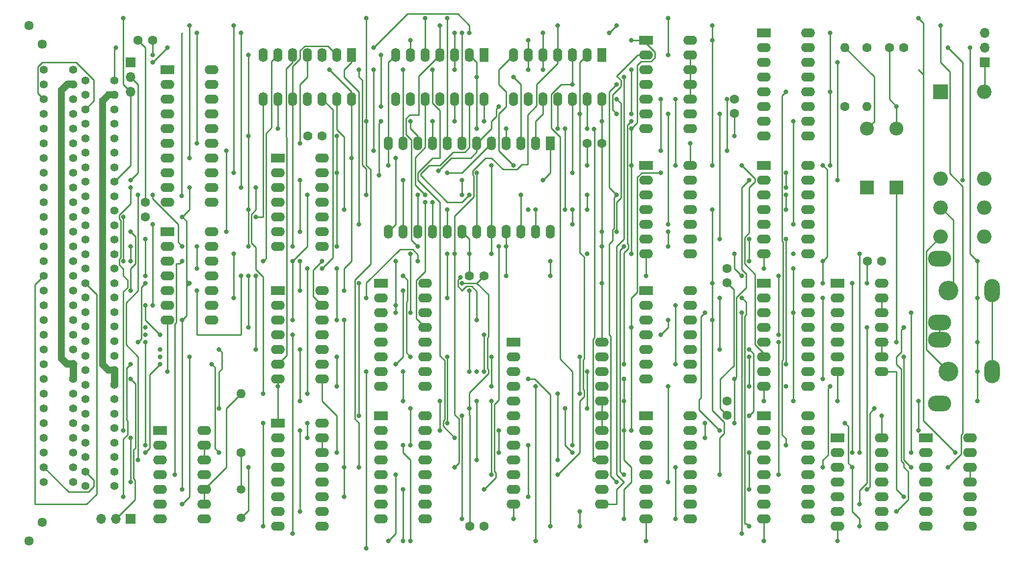
<source format=gbr>
%TF.GenerationSoftware,KiCad,Pcbnew,(5.1.10)-1*%
%TF.CreationDate,2022-01-29T09:37:24+01:00*%
%TF.ProjectId,2K-BWS,324b2d42-5753-42e6-9b69-6361645f7063,rev?*%
%TF.SameCoordinates,Original*%
%TF.FileFunction,Copper,L1,Top*%
%TF.FilePolarity,Positive*%
%FSLAX46Y46*%
G04 Gerber Fmt 4.6, Leading zero omitted, Abs format (unit mm)*
G04 Created by KiCad (PCBNEW (5.1.10)-1) date 2022-01-29 09:37:24*
%MOMM*%
%LPD*%
G01*
G04 APERTURE LIST*
%TA.AperFunction,ComponentPad*%
%ADD10O,1.700000X1.700000*%
%TD*%
%TA.AperFunction,ComponentPad*%
%ADD11R,1.700000X1.700000*%
%TD*%
%TA.AperFunction,ComponentPad*%
%ADD12R,2.400000X1.600000*%
%TD*%
%TA.AperFunction,ComponentPad*%
%ADD13O,2.400000X1.600000*%
%TD*%
%TA.AperFunction,ComponentPad*%
%ADD14C,1.600000*%
%TD*%
%TA.AperFunction,SMDPad,CuDef*%
%ADD15C,0.100000*%
%TD*%
%TA.AperFunction,ComponentPad*%
%ADD16C,1.400000*%
%TD*%
%TA.AperFunction,ComponentPad*%
%ADD17C,1.610000*%
%TD*%
%TA.AperFunction,ComponentPad*%
%ADD18R,2.400000X2.400000*%
%TD*%
%TA.AperFunction,ComponentPad*%
%ADD19O,2.400000X2.400000*%
%TD*%
%TA.AperFunction,ComponentPad*%
%ADD20O,2.700000X4.000000*%
%TD*%
%TA.AperFunction,ComponentPad*%
%ADD21C,3.400000*%
%TD*%
%TA.AperFunction,ComponentPad*%
%ADD22O,4.000000X2.700000*%
%TD*%
%TA.AperFunction,ComponentPad*%
%ADD23O,1.600000X1.600000*%
%TD*%
%TA.AperFunction,ComponentPad*%
%ADD24R,2.500000X2.500000*%
%TD*%
%TA.AperFunction,ComponentPad*%
%ADD25O,2.500000X2.500000*%
%TD*%
%TA.AperFunction,ComponentPad*%
%ADD26R,1.600000X2.400000*%
%TD*%
%TA.AperFunction,ComponentPad*%
%ADD27O,1.600000X2.400000*%
%TD*%
%TA.AperFunction,ComponentPad*%
%ADD28C,1.500000*%
%TD*%
%TA.AperFunction,ViaPad*%
%ADD29C,0.800000*%
%TD*%
%TA.AperFunction,Conductor*%
%ADD30C,0.250000*%
%TD*%
G04 APERTURE END LIST*
D10*
%TO.P,J5,3*%
%TO.N,N/C*%
X53340000Y-146050000D03*
%TO.P,J5,2*%
%TO.N,Net-(J5-Pad2)*%
X55880000Y-146050000D03*
D11*
%TO.P,J5,1*%
%TO.N,Net-(J5-Pad1)*%
X58420000Y-146050000D03*
%TD*%
D10*
%TO.P,J4,3*%
%TO.N,Net-(J4-Pad3)*%
X58420000Y-72390000D03*
%TO.P,J4,2*%
%TO.N,Net-(J4-Pad2)*%
X58420000Y-69850000D03*
D11*
%TO.P,J4,1*%
%TO.N,Net-(J4-Pad1)*%
X58420000Y-67310000D03*
%TD*%
D12*
%TO.P,U33,1*%
%TO.N,Net-(U22-Pad6)*%
X167640000Y-85090000D03*
D13*
%TO.P,U33,8*%
%TO.N,Net-(C4-Pad1)*%
X175260000Y-100330000D03*
%TO.P,U33,2*%
%TO.N,Net-(U22-Pad7)*%
X167640000Y-87630000D03*
%TO.P,U33,9*%
%TO.N,Net-(U33-Pad9)*%
X175260000Y-97790000D03*
%TO.P,U33,3*%
%TO.N,N/C*%
X167640000Y-90170000D03*
%TO.P,U33,10*%
%TO.N,Net-(U33-Pad10)*%
X175260000Y-95250000D03*
%TO.P,U33,4*%
%TO.N,Net-(U23-Pad12)*%
X167640000Y-92710000D03*
%TO.P,U33,11*%
%TO.N,N/C*%
X175260000Y-92710000D03*
%TO.P,U33,5*%
%TO.N,Net-(U33-Pad5)*%
X167640000Y-95250000D03*
%TO.P,U33,12*%
%TO.N,Net-(U30-Pad13)*%
X175260000Y-90170000D03*
%TO.P,U33,6*%
%TO.N,Net-(U33-Pad6)*%
X167640000Y-97790000D03*
%TO.P,U33,13*%
%TO.N,Net-(U14-Pad7)*%
X175260000Y-87630000D03*
%TO.P,U33,7*%
%TO.N,GND*%
X167640000Y-100330000D03*
%TO.P,U33,14*%
%TO.N,+5P*%
X175260000Y-85090000D03*
%TD*%
D12*
%TO.P,U40,1*%
%TO.N,Net-(C1-Pad1)*%
X101600000Y-128270000D03*
D13*
%TO.P,U40,9*%
%TO.N,Net-(IC21-Pad6)*%
X109220000Y-146050000D03*
%TO.P,U40,2*%
%TO.N,Net-(U40-Pad2)*%
X101600000Y-130810000D03*
%TO.P,U40,10*%
%TO.N,Net-(U22-Pad6)*%
X109220000Y-143510000D03*
%TO.P,U40,3*%
%TO.N,Net-(U22-Pad2)*%
X101600000Y-133350000D03*
%TO.P,U40,11*%
%TO.N,Net-(U40-Pad11)*%
X109220000Y-140970000D03*
%TO.P,U40,4*%
%TO.N,Net-(IC21-Pad7)*%
X101600000Y-135890000D03*
%TO.P,U40,12*%
%TO.N,Net-(IC21-Pad5)*%
X109220000Y-138430000D03*
%TO.P,U40,5*%
%TO.N,Net-(U40-Pad5)*%
X101600000Y-138430000D03*
%TO.P,U40,13*%
%TO.N,Net-(U22-Pad7)*%
X109220000Y-135890000D03*
%TO.P,U40,6*%
%TO.N,Net-(U22-Pad3)*%
X101600000Y-140970000D03*
%TO.P,U40,14*%
%TO.N,Net-(U40-Pad14)*%
X109220000Y-133350000D03*
%TO.P,U40,7*%
%TO.N,Net-(IC21-Pad8)*%
X101600000Y-143510000D03*
%TO.P,U40,15*%
%TO.N,N/C*%
X109220000Y-130810000D03*
%TO.P,U40,8*%
%TO.N,GND*%
X101600000Y-146050000D03*
%TO.P,U40,16*%
%TO.N,+5P*%
X109220000Y-128270000D03*
%TD*%
%TO.P,IC21,24*%
%TO.N,+5P*%
X139700000Y-115570000D03*
%TO.P,IC21,12*%
%TO.N,GND*%
X124460000Y-143510000D03*
%TO.P,IC21,23*%
%TO.N,Net-(IC21-Pad23)*%
X139700000Y-118110000D03*
%TO.P,IC21,11*%
%TO.N,Net-(IC21-Pad11)*%
X124460000Y-140970000D03*
%TO.P,IC21,22*%
%TO.N,Net-(IC21-Pad22)*%
X139700000Y-120650000D03*
%TO.P,IC21,10*%
%TO.N,Net-(IC21-Pad10)*%
X124460000Y-138430000D03*
%TO.P,IC21,21*%
%TO.N,Net-(IC21-Pad21)*%
X139700000Y-123190000D03*
%TO.P,IC21,9*%
%TO.N,Net-(IC21-Pad9)*%
X124460000Y-135890000D03*
%TO.P,IC21,20*%
%TO.N,GND*%
X139700000Y-125730000D03*
%TO.P,IC21,8*%
%TO.N,Net-(IC21-Pad8)*%
X124460000Y-133350000D03*
%TO.P,IC21,19*%
%TO.N,GND*%
X139700000Y-128270000D03*
%TO.P,IC21,7*%
%TO.N,Net-(IC21-Pad7)*%
X124460000Y-130810000D03*
%TO.P,IC21,18*%
%TO.N,GND*%
X139700000Y-130810000D03*
%TO.P,IC21,6*%
%TO.N,Net-(IC21-Pad6)*%
X124460000Y-128270000D03*
%TO.P,IC21,17*%
%TO.N,Net-(IC21-Pad17)*%
X139700000Y-133350000D03*
%TO.P,IC21,5*%
%TO.N,Net-(IC21-Pad5)*%
X124460000Y-125730000D03*
%TO.P,IC21,16*%
%TO.N,Net-(IC21-Pad16)*%
X139700000Y-135890000D03*
%TO.P,IC21,4*%
%TO.N,Net-(IC21-Pad4)*%
X124460000Y-123190000D03*
%TO.P,IC21,15*%
%TO.N,Net-(IC21-Pad15)*%
X139700000Y-138430000D03*
%TO.P,IC21,3*%
%TO.N,Net-(IC21-Pad3)*%
X124460000Y-120650000D03*
%TO.P,IC21,14*%
%TO.N,Net-(IC21-Pad14)*%
X139700000Y-140970000D03*
%TO.P,IC21,2*%
%TO.N,Net-(IC21-Pad2)*%
X124460000Y-118110000D03*
%TO.P,IC21,13*%
%TO.N,Net-(IC21-Pad13)*%
X139700000Y-143510000D03*
D12*
%TO.P,IC21,1*%
%TO.N,Net-(IC21-Pad1)*%
X124460000Y-115570000D03*
%TD*%
D13*
%TO.P,U24,14*%
%TO.N,+5P*%
X154940000Y-63500000D03*
%TO.P,U24,7*%
%TO.N,GND*%
X147320000Y-78740000D03*
%TO.P,U24,13*%
%TO.N,Net-(U15-Pad1)*%
X154940000Y-66040000D03*
%TO.P,U24,6*%
%TO.N,Net-(U12-Pad6)*%
X147320000Y-76200000D03*
%TO.P,U24,12*%
%TO.N,Net-(U15-Pad1)*%
X154940000Y-68580000D03*
%TO.P,U24,5*%
%TO.N,Net-(U14-Pad13)*%
X147320000Y-73660000D03*
%TO.P,U24,11*%
%TO.N,Net-(U15-Pad1)*%
X154940000Y-71120000D03*
%TO.P,U24,4*%
%TO.N,Net-(U14-Pad11)*%
X147320000Y-71120000D03*
%TO.P,U24,10*%
%TO.N,Net-(U15-Pad1)*%
X154940000Y-73660000D03*
%TO.P,U24,3*%
%TO.N,Net-(U14-Pad10)*%
X147320000Y-68580000D03*
%TO.P,U24,9*%
%TO.N,Net-(U15-Pad9)*%
X154940000Y-76200000D03*
%TO.P,U24,2*%
%TO.N,Net-(U14-Pad9)*%
X147320000Y-66040000D03*
%TO.P,U24,8*%
%TO.N,N/C*%
X154940000Y-78740000D03*
D12*
%TO.P,U24,1*%
%TO.N,GND*%
X147320000Y-63500000D03*
%TD*%
D13*
%TO.P,U20,14*%
%TO.N,+5P*%
X72390000Y-96520000D03*
%TO.P,U20,7*%
%TO.N,GND*%
X64770000Y-111760000D03*
%TO.P,U20,13*%
%TO.N,N/C*%
X72390000Y-99060000D03*
%TO.P,U20,6*%
%TO.N,Net-(U20-Pad6)*%
X64770000Y-109220000D03*
%TO.P,U20,12*%
%TO.N,Net-(U11-Pad4)*%
X72390000Y-101600000D03*
%TO.P,U20,5*%
%TO.N,Net-(U20-Pad5)*%
X64770000Y-106680000D03*
%TO.P,U20,11*%
%TO.N,Net-(U20-Pad11)*%
X72390000Y-104140000D03*
%TO.P,U20,4*%
%TO.N,Net-(U20-Pad4)*%
X64770000Y-104140000D03*
%TO.P,U20,10*%
%TO.N,N/C*%
X72390000Y-106680000D03*
%TO.P,U20,3*%
%TO.N,Net-(U20-Pad3)*%
X64770000Y-101600000D03*
%TO.P,U20,9*%
%TO.N,N/C*%
X72390000Y-109220000D03*
%TO.P,U20,2*%
%TO.N,Net-(U20-Pad2)*%
X64770000Y-99060000D03*
%TO.P,U20,8*%
%TO.N,Net-(C1-Pad1)*%
X72390000Y-111760000D03*
D12*
%TO.P,U20,1*%
%TO.N,Net-(U20-Pad1)*%
X64770000Y-96520000D03*
%TD*%
D10*
%TO.P,J3,3*%
%TO.N,N/C*%
X205740000Y-62230000D03*
%TO.P,J3,2*%
%TO.N,GND*%
X205740000Y-64770000D03*
D11*
%TO.P,J3,1*%
%TO.N,Net-(J3-Pad1)*%
X205740000Y-67310000D03*
%TD*%
D14*
%TO.P,C11,2*%
%TO.N,+5P*%
X185460000Y-101600000D03*
%TO.P,C11,1*%
%TO.N,GND*%
X187960000Y-101600000D03*
%TD*%
%TO.P,C10,2*%
%TO.N,+5P*%
X161290000Y-105370000D03*
%TO.P,C10,1*%
%TO.N,GND*%
X161290000Y-102870000D03*
%TD*%
%TO.P,C9,2*%
%TO.N,+5P*%
X119340000Y-104140000D03*
%TO.P,C9,1*%
%TO.N,GND*%
X116840000Y-104140000D03*
%TD*%
%TO.P,C8,2*%
%TO.N,+5P*%
X161290000Y-128230000D03*
%TO.P,C8,1*%
%TO.N,GND*%
X161290000Y-125730000D03*
%TD*%
%TO.P,C7,2*%
%TO.N,+5P*%
X139660000Y-81280000D03*
%TO.P,C7,1*%
%TO.N,GND*%
X137160000Y-81280000D03*
%TD*%
%TO.P,C6,2*%
%TO.N,+5P*%
X116880000Y-147320000D03*
%TO.P,C6,1*%
%TO.N,GND*%
X119380000Y-147320000D03*
%TD*%
%TO.P,C5,2*%
%TO.N,+5P*%
X62190000Y-63500000D03*
%TO.P,C5,1*%
%TO.N,GND*%
X59690000Y-63500000D03*
%TD*%
%TA.AperFunction,SMDPad,CuDef*%
D15*
%TO.P,X1,C21*%
%TO.N,GND*%
G36*
X56292424Y-120512711D02*
G01*
X56279022Y-120580086D01*
X56259081Y-120645823D01*
X56232793Y-120709289D01*
X56225000Y-120723868D01*
X56225000Y-122910000D01*
X56224939Y-122918726D01*
X56221105Y-122979668D01*
X56211342Y-123039945D01*
X56195744Y-123098981D01*
X56174460Y-123156214D01*
X56147692Y-123211096D01*
X56115696Y-123263104D01*
X56078778Y-123311742D01*
X56037290Y-123356545D01*
X55991627Y-123397086D01*
X55942227Y-123432978D01*
X55889560Y-123463877D01*
X55834129Y-123489490D01*
X55776463Y-123509571D01*
X55717113Y-123523930D01*
X55656645Y-123532428D01*
X55595637Y-123534985D01*
X55534670Y-123531576D01*
X55474326Y-123522235D01*
X55415182Y-123507049D01*
X55357803Y-123486164D01*
X55302735Y-123459780D01*
X55250504Y-123428148D01*
X55201610Y-123391571D01*
X55156518Y-123350396D01*
X55115660Y-123305018D01*
X55079424Y-123255870D01*
X55048158Y-123203420D01*
X55022159Y-123148169D01*
X55001675Y-123090645D01*
X54986903Y-123031396D01*
X54977983Y-122970989D01*
X54975000Y-122910000D01*
X54975000Y-120723868D01*
X54967207Y-120709289D01*
X54940919Y-120645823D01*
X54920978Y-120580086D01*
X54907576Y-120512711D01*
X54900843Y-120444347D01*
X54900843Y-120375653D01*
X54907576Y-120307289D01*
X54920978Y-120239914D01*
X54940919Y-120174177D01*
X54967207Y-120110711D01*
X54999590Y-120050128D01*
X55037755Y-119993010D01*
X55081334Y-119939909D01*
X55129909Y-119891334D01*
X55183010Y-119847755D01*
X55240128Y-119809590D01*
X55300711Y-119777207D01*
X55364177Y-119750919D01*
X55429914Y-119730978D01*
X55497289Y-119717576D01*
X55565653Y-119710843D01*
X55634347Y-119710843D01*
X55702711Y-119717576D01*
X55770086Y-119730978D01*
X55835823Y-119750919D01*
X55899289Y-119777207D01*
X55959872Y-119809590D01*
X56016990Y-119847755D01*
X56070091Y-119891334D01*
X56118666Y-119939909D01*
X56162245Y-119993010D01*
X56200410Y-120050128D01*
X56232793Y-120110711D01*
X56259081Y-120174177D01*
X56279022Y-120239914D01*
X56292424Y-120307289D01*
X56299157Y-120375653D01*
X56299157Y-120444347D01*
X56292424Y-120512711D01*
G37*
%TD.AperFunction*%
%TA.AperFunction,SMDPad,CuDef*%
G36*
X49192424Y-119462711D02*
G01*
X49179022Y-119530086D01*
X49159081Y-119595823D01*
X49132793Y-119659289D01*
X49125000Y-119673868D01*
X49125000Y-121910000D01*
X49124939Y-121918726D01*
X49121105Y-121979668D01*
X49111342Y-122039945D01*
X49095744Y-122098981D01*
X49074460Y-122156214D01*
X49047692Y-122211096D01*
X49015696Y-122263104D01*
X48978778Y-122311742D01*
X48937290Y-122356545D01*
X48891627Y-122397086D01*
X48842227Y-122432978D01*
X48789560Y-122463877D01*
X48734129Y-122489490D01*
X48676463Y-122509571D01*
X48617113Y-122523930D01*
X48556645Y-122532428D01*
X48495637Y-122534985D01*
X48434670Y-122531576D01*
X48374326Y-122522235D01*
X48315182Y-122507049D01*
X48257803Y-122486164D01*
X48202735Y-122459780D01*
X48150504Y-122428148D01*
X48101610Y-122391571D01*
X48056518Y-122350396D01*
X48015660Y-122305018D01*
X47979424Y-122255870D01*
X47948158Y-122203420D01*
X47922159Y-122148169D01*
X47901675Y-122090645D01*
X47886903Y-122031396D01*
X47877983Y-121970989D01*
X47875000Y-121910000D01*
X47875000Y-119673868D01*
X47867207Y-119659289D01*
X47840919Y-119595823D01*
X47820978Y-119530086D01*
X47807576Y-119462711D01*
X47800843Y-119394347D01*
X47800843Y-119325653D01*
X47807576Y-119257289D01*
X47820978Y-119189914D01*
X47840919Y-119124177D01*
X47867207Y-119060711D01*
X47899590Y-119000128D01*
X47937755Y-118943010D01*
X47981334Y-118889909D01*
X48029909Y-118841334D01*
X48083010Y-118797755D01*
X48140128Y-118759590D01*
X48200711Y-118727207D01*
X48264177Y-118700919D01*
X48329914Y-118680978D01*
X48397289Y-118667576D01*
X48465653Y-118660843D01*
X48534347Y-118660843D01*
X48602711Y-118667576D01*
X48670086Y-118680978D01*
X48735823Y-118700919D01*
X48799289Y-118727207D01*
X48859872Y-118759590D01*
X48916990Y-118797755D01*
X48970091Y-118841334D01*
X49018666Y-118889909D01*
X49062245Y-118943010D01*
X49100410Y-119000128D01*
X49132793Y-119060711D01*
X49159081Y-119124177D01*
X49179022Y-119189914D01*
X49192424Y-119257289D01*
X49199157Y-119325653D01*
X49199157Y-119394347D01*
X49192424Y-119462711D01*
G37*
%TD.AperFunction*%
%TA.AperFunction,SMDPad,CuDef*%
%TO.P,X1,C02*%
G36*
X56292424Y-73012711D02*
G01*
X56279022Y-73080086D01*
X56259081Y-73145823D01*
X56232793Y-73209289D01*
X56200410Y-73269872D01*
X56162245Y-73326990D01*
X56118666Y-73380091D01*
X56070091Y-73428666D01*
X56016990Y-73472245D01*
X55959872Y-73510410D01*
X55899289Y-73542793D01*
X55835823Y-73569081D01*
X55770086Y-73589022D01*
X55702711Y-73602424D01*
X55634347Y-73609157D01*
X55565653Y-73609157D01*
X55497289Y-73602424D01*
X55429914Y-73589022D01*
X55364177Y-73569081D01*
X55300711Y-73542793D01*
X55286132Y-73535000D01*
X54808884Y-73535000D01*
X54175000Y-74168883D01*
X54175000Y-119151116D01*
X54808883Y-119785000D01*
X55600000Y-119785000D01*
X55608726Y-119785061D01*
X55669668Y-119788895D01*
X55729945Y-119798658D01*
X55788981Y-119814256D01*
X55846214Y-119835540D01*
X55901096Y-119862308D01*
X55953104Y-119894304D01*
X56001742Y-119931222D01*
X56046545Y-119972710D01*
X56087086Y-120018373D01*
X56122978Y-120067773D01*
X56153877Y-120120440D01*
X56179490Y-120175871D01*
X56199571Y-120233537D01*
X56213930Y-120292887D01*
X56222428Y-120353355D01*
X56224985Y-120414363D01*
X56221576Y-120475330D01*
X56212235Y-120535674D01*
X56197049Y-120594818D01*
X56176164Y-120652197D01*
X56149780Y-120707265D01*
X56118148Y-120759496D01*
X56081571Y-120808390D01*
X56040396Y-120853482D01*
X55995018Y-120894340D01*
X55945870Y-120930576D01*
X55893420Y-120961842D01*
X55838169Y-120987841D01*
X55780645Y-121008325D01*
X55721396Y-121023097D01*
X55660989Y-121032017D01*
X55600000Y-121035000D01*
X54550000Y-121035000D01*
X54548033Y-121034986D01*
X54547818Y-121034996D01*
X54547570Y-121034983D01*
X54541274Y-121034939D01*
X54514037Y-121033225D01*
X54486840Y-121031800D01*
X54483606Y-121031311D01*
X54480332Y-121031105D01*
X54453428Y-121026747D01*
X54426465Y-121022670D01*
X54423283Y-121021865D01*
X54420055Y-121021342D01*
X54393750Y-121014392D01*
X54367268Y-121007691D01*
X54364179Y-121006579D01*
X54361019Y-121005744D01*
X54335492Y-120996251D01*
X54309816Y-120987007D01*
X54306858Y-120985602D01*
X54303786Y-120984460D01*
X54279270Y-120972503D01*
X54254656Y-120960815D01*
X54251849Y-120959128D01*
X54248904Y-120957692D01*
X54225678Y-120943403D01*
X54202315Y-120929365D01*
X54199686Y-120927412D01*
X54196896Y-120925696D01*
X54175153Y-120909192D01*
X54153294Y-120892958D01*
X54150874Y-120890763D01*
X54148258Y-120888778D01*
X54128220Y-120870222D01*
X54108059Y-120851942D01*
X53108058Y-119851942D01*
X53106675Y-119850539D01*
X53106518Y-119850396D01*
X53106353Y-119850213D01*
X53101931Y-119845728D01*
X53083895Y-119825270D01*
X53065660Y-119805018D01*
X53063718Y-119802385D01*
X53061550Y-119799925D01*
X53045613Y-119777828D01*
X53029424Y-119755870D01*
X53027743Y-119753050D01*
X53025831Y-119750399D01*
X53012141Y-119726877D01*
X52998158Y-119703420D01*
X52996762Y-119700452D01*
X52995116Y-119697625D01*
X52983764Y-119672831D01*
X52972159Y-119648169D01*
X52971062Y-119645089D01*
X52969696Y-119642105D01*
X52960808Y-119616292D01*
X52951675Y-119590645D01*
X52950883Y-119587470D01*
X52949816Y-119584370D01*
X52943498Y-119557850D01*
X52936903Y-119531396D01*
X52936424Y-119528152D01*
X52935666Y-119524970D01*
X52931966Y-119497960D01*
X52927983Y-119470989D01*
X52927823Y-119467723D01*
X52927378Y-119464473D01*
X52926330Y-119437193D01*
X52925000Y-119410000D01*
X52925000Y-73910000D01*
X52925014Y-73908033D01*
X52925004Y-73907818D01*
X52925017Y-73907570D01*
X52925061Y-73901274D01*
X52926775Y-73874037D01*
X52928200Y-73846840D01*
X52928689Y-73843606D01*
X52928895Y-73840332D01*
X52933253Y-73813428D01*
X52937330Y-73786465D01*
X52938135Y-73783283D01*
X52938658Y-73780055D01*
X52945608Y-73753750D01*
X52952309Y-73727268D01*
X52953421Y-73724179D01*
X52954256Y-73721019D01*
X52963749Y-73695492D01*
X52972993Y-73669816D01*
X52974398Y-73666858D01*
X52975540Y-73663786D01*
X52987497Y-73639270D01*
X52999185Y-73614656D01*
X53000872Y-73611849D01*
X53002308Y-73608904D01*
X53016597Y-73585678D01*
X53030635Y-73562315D01*
X53032588Y-73559686D01*
X53034304Y-73556896D01*
X53050808Y-73535153D01*
X53067042Y-73513294D01*
X53069237Y-73510874D01*
X53071222Y-73508258D01*
X53089778Y-73488220D01*
X53108058Y-73468059D01*
X54108058Y-72468058D01*
X54109461Y-72466675D01*
X54109604Y-72466518D01*
X54109787Y-72466353D01*
X54114272Y-72461931D01*
X54134730Y-72443895D01*
X54154982Y-72425660D01*
X54157615Y-72423718D01*
X54160075Y-72421550D01*
X54182172Y-72405613D01*
X54204130Y-72389424D01*
X54206950Y-72387743D01*
X54209601Y-72385831D01*
X54233123Y-72372141D01*
X54256580Y-72358158D01*
X54259548Y-72356762D01*
X54262375Y-72355116D01*
X54287169Y-72343764D01*
X54311831Y-72332159D01*
X54314911Y-72331062D01*
X54317895Y-72329696D01*
X54343708Y-72320808D01*
X54369355Y-72311675D01*
X54372530Y-72310883D01*
X54375630Y-72309816D01*
X54402150Y-72303498D01*
X54428604Y-72296903D01*
X54431848Y-72296424D01*
X54435030Y-72295666D01*
X54462040Y-72291966D01*
X54489011Y-72287983D01*
X54492277Y-72287823D01*
X54495527Y-72287378D01*
X54522807Y-72286330D01*
X54550000Y-72285000D01*
X55286132Y-72285000D01*
X55300711Y-72277207D01*
X55364177Y-72250919D01*
X55429914Y-72230978D01*
X55497289Y-72217576D01*
X55565653Y-72210843D01*
X55634347Y-72210843D01*
X55702711Y-72217576D01*
X55770086Y-72230978D01*
X55835823Y-72250919D01*
X55899289Y-72277207D01*
X55959872Y-72309590D01*
X56016990Y-72347755D01*
X56070091Y-72391334D01*
X56118666Y-72439909D01*
X56162245Y-72493010D01*
X56200410Y-72550128D01*
X56232793Y-72610711D01*
X56259081Y-72674177D01*
X56279022Y-72739914D01*
X56292424Y-72807289D01*
X56299157Y-72875653D01*
X56299157Y-72944347D01*
X56292424Y-73012711D01*
G37*
%TD.AperFunction*%
%TA.AperFunction,SMDPad,CuDef*%
G36*
X49192424Y-71212711D02*
G01*
X49179022Y-71280086D01*
X49159081Y-71345823D01*
X49132793Y-71409289D01*
X49100410Y-71469872D01*
X49062245Y-71526990D01*
X49018666Y-71580091D01*
X48970091Y-71628666D01*
X48916990Y-71672245D01*
X48859872Y-71710410D01*
X48799289Y-71742793D01*
X48735823Y-71769081D01*
X48670086Y-71789022D01*
X48602711Y-71802424D01*
X48534347Y-71809157D01*
X48465653Y-71809157D01*
X48397289Y-71802424D01*
X48329914Y-71789022D01*
X48264177Y-71769081D01*
X48200711Y-71742793D01*
X48186132Y-71735000D01*
X47708884Y-71735000D01*
X47075000Y-72368883D01*
X47075000Y-118101116D01*
X47708883Y-118735000D01*
X48500000Y-118735000D01*
X48508726Y-118735061D01*
X48569668Y-118738895D01*
X48629945Y-118748658D01*
X48688981Y-118764256D01*
X48746214Y-118785540D01*
X48801096Y-118812308D01*
X48853104Y-118844304D01*
X48901742Y-118881222D01*
X48946545Y-118922710D01*
X48987086Y-118968373D01*
X49022978Y-119017773D01*
X49053877Y-119070440D01*
X49079490Y-119125871D01*
X49099571Y-119183537D01*
X49113930Y-119242887D01*
X49122428Y-119303355D01*
X49124985Y-119364363D01*
X49121576Y-119425330D01*
X49112235Y-119485674D01*
X49097049Y-119544818D01*
X49076164Y-119602197D01*
X49049780Y-119657265D01*
X49018148Y-119709496D01*
X48981571Y-119758390D01*
X48940396Y-119803482D01*
X48895018Y-119844340D01*
X48845870Y-119880576D01*
X48793420Y-119911842D01*
X48738169Y-119937841D01*
X48680645Y-119958325D01*
X48621396Y-119973097D01*
X48560989Y-119982017D01*
X48500000Y-119985000D01*
X47450000Y-119985000D01*
X47448033Y-119984986D01*
X47447818Y-119984996D01*
X47447570Y-119984983D01*
X47441274Y-119984939D01*
X47414037Y-119983225D01*
X47386840Y-119981800D01*
X47383606Y-119981311D01*
X47380332Y-119981105D01*
X47353428Y-119976747D01*
X47326465Y-119972670D01*
X47323283Y-119971865D01*
X47320055Y-119971342D01*
X47293750Y-119964392D01*
X47267268Y-119957691D01*
X47264179Y-119956579D01*
X47261019Y-119955744D01*
X47235492Y-119946251D01*
X47209816Y-119937007D01*
X47206858Y-119935602D01*
X47203786Y-119934460D01*
X47179270Y-119922503D01*
X47154656Y-119910815D01*
X47151849Y-119909128D01*
X47148904Y-119907692D01*
X47125678Y-119893403D01*
X47102315Y-119879365D01*
X47099686Y-119877412D01*
X47096896Y-119875696D01*
X47075153Y-119859192D01*
X47053294Y-119842958D01*
X47050874Y-119840763D01*
X47048258Y-119838778D01*
X47028220Y-119820222D01*
X47008059Y-119801942D01*
X46008058Y-118801942D01*
X46006675Y-118800539D01*
X46006518Y-118800396D01*
X46006353Y-118800213D01*
X46001931Y-118795728D01*
X45983895Y-118775270D01*
X45965660Y-118755018D01*
X45963718Y-118752385D01*
X45961550Y-118749925D01*
X45945613Y-118727828D01*
X45929424Y-118705870D01*
X45927743Y-118703050D01*
X45925831Y-118700399D01*
X45912141Y-118676877D01*
X45898158Y-118653420D01*
X45896762Y-118650452D01*
X45895116Y-118647625D01*
X45883764Y-118622831D01*
X45872159Y-118598169D01*
X45871062Y-118595089D01*
X45869696Y-118592105D01*
X45860808Y-118566292D01*
X45851675Y-118540645D01*
X45850883Y-118537470D01*
X45849816Y-118534370D01*
X45843498Y-118507850D01*
X45836903Y-118481396D01*
X45836424Y-118478152D01*
X45835666Y-118474970D01*
X45831966Y-118447960D01*
X45827983Y-118420989D01*
X45827823Y-118417723D01*
X45827378Y-118414473D01*
X45826330Y-118387193D01*
X45825000Y-118360000D01*
X45825000Y-72110000D01*
X45825014Y-72108033D01*
X45825004Y-72107818D01*
X45825017Y-72107570D01*
X45825061Y-72101274D01*
X45826775Y-72074037D01*
X45828200Y-72046840D01*
X45828689Y-72043606D01*
X45828895Y-72040332D01*
X45833253Y-72013428D01*
X45837330Y-71986465D01*
X45838135Y-71983283D01*
X45838658Y-71980055D01*
X45845608Y-71953750D01*
X45852309Y-71927268D01*
X45853421Y-71924179D01*
X45854256Y-71921019D01*
X45863749Y-71895492D01*
X45872993Y-71869816D01*
X45874398Y-71866858D01*
X45875540Y-71863786D01*
X45887497Y-71839270D01*
X45899185Y-71814656D01*
X45900872Y-71811849D01*
X45902308Y-71808904D01*
X45916597Y-71785678D01*
X45930635Y-71762315D01*
X45932588Y-71759686D01*
X45934304Y-71756896D01*
X45950808Y-71735153D01*
X45967042Y-71713294D01*
X45969237Y-71710874D01*
X45971222Y-71708258D01*
X45989778Y-71688220D01*
X46008058Y-71668059D01*
X47008058Y-70668058D01*
X47009461Y-70666675D01*
X47009604Y-70666518D01*
X47009787Y-70666353D01*
X47014272Y-70661931D01*
X47034730Y-70643895D01*
X47054982Y-70625660D01*
X47057615Y-70623718D01*
X47060075Y-70621550D01*
X47082172Y-70605613D01*
X47104130Y-70589424D01*
X47106950Y-70587743D01*
X47109601Y-70585831D01*
X47133123Y-70572141D01*
X47156580Y-70558158D01*
X47159548Y-70556762D01*
X47162375Y-70555116D01*
X47187169Y-70543764D01*
X47211831Y-70532159D01*
X47214911Y-70531062D01*
X47217895Y-70529696D01*
X47243708Y-70520808D01*
X47269355Y-70511675D01*
X47272530Y-70510883D01*
X47275630Y-70509816D01*
X47302150Y-70503498D01*
X47328604Y-70496903D01*
X47331848Y-70496424D01*
X47335030Y-70495666D01*
X47362040Y-70491966D01*
X47389011Y-70487983D01*
X47392277Y-70487823D01*
X47395527Y-70487378D01*
X47422807Y-70486330D01*
X47450000Y-70485000D01*
X48186132Y-70485000D01*
X48200711Y-70477207D01*
X48264177Y-70450919D01*
X48329914Y-70430978D01*
X48397289Y-70417576D01*
X48465653Y-70410843D01*
X48534347Y-70410843D01*
X48602711Y-70417576D01*
X48670086Y-70430978D01*
X48735823Y-70450919D01*
X48799289Y-70477207D01*
X48859872Y-70509590D01*
X48916990Y-70547755D01*
X48970091Y-70591334D01*
X49018666Y-70639909D01*
X49062245Y-70693010D01*
X49100410Y-70750128D01*
X49132793Y-70810711D01*
X49159081Y-70874177D01*
X49179022Y-70939914D01*
X49192424Y-71007289D01*
X49199157Y-71075653D01*
X49199157Y-71144347D01*
X49192424Y-71212711D01*
G37*
%TD.AperFunction*%
D16*
%TO.P,X1,A03*%
%TO.N,Net-(X1-PadA03)*%
X43408600Y-73660000D03*
%TO.P,X1,A29*%
%TO.N,+5P*%
X50600000Y-140410000D03*
%TO.P,X1,A28*%
%TO.N,Net-(X1-PadA28)*%
X50600000Y-137910000D03*
%TO.P,X1,A27*%
%TO.N,Net-(X1-PadA27)*%
X50600000Y-135410000D03*
%TO.P,X1,A26*%
%TO.N,Net-(X1-PadA26)*%
X50600000Y-132910000D03*
%TO.P,X1,A25*%
%TO.N,Net-(X1-PadA25)*%
X50600000Y-130410000D03*
%TO.P,X1,A24*%
%TO.N,Net-(X1-PadA24)*%
X50600000Y-127910000D03*
%TO.P,X1,A23*%
%TO.N,Net-(X1-PadA23)*%
X50600000Y-125410000D03*
%TO.P,X1,A22*%
%TO.N,Net-(X1-PadA22)*%
X50600000Y-122910000D03*
%TO.P,X1,A21*%
%TO.N,Net-(J5-Pad2)*%
X50600000Y-120410000D03*
%TO.P,X1,A20*%
%TO.N,Net-(X1-PadA20)*%
X50600000Y-117910000D03*
%TO.P,X1,A19*%
%TO.N,Net-(U40-Pad5)*%
X50600000Y-115410000D03*
%TO.P,X1,A18*%
%TO.N,Net-(U40-Pad11)*%
X50600000Y-112910000D03*
%TO.P,X1,A17*%
%TO.N,Net-(U30-Pad5)*%
X50600000Y-110410000D03*
%TO.P,X1,A16*%
%TO.N,Net-(U30-Pad11)*%
X50600000Y-107910000D03*
%TO.P,X1,A15*%
%TO.N,Net-(X1-PadA15)*%
X50600000Y-105410000D03*
%TO.P,X1,A14*%
%TO.N,Net-(U1-Pad2)*%
X50600000Y-102910000D03*
%TO.P,X1,A13*%
%TO.N,Net-(U20-Pad1)*%
X50600000Y-100410000D03*
%TO.P,X1,A12*%
%TO.N,Net-(U20-Pad3)*%
X50600000Y-97910000D03*
%TO.P,X1,A11*%
%TO.N,Net-(U20-Pad5)*%
X50600000Y-95410000D03*
%TO.P,X1,A10*%
%TO.N,Net-(X1-PadA10)*%
X50600000Y-92910000D03*
%TO.P,X1,A09*%
%TO.N,Net-(U11-Pad3)*%
X50600000Y-90410000D03*
%TO.P,X1,A08*%
%TO.N,Net-(U11-Pad1)*%
X50600000Y-87910000D03*
%TO.P,X1,A07*%
%TO.N,Net-(U10-Pad7)*%
X50600000Y-85410000D03*
%TO.P,X1,A06*%
%TO.N,Net-(U10-Pad5)*%
X50600000Y-82910000D03*
%TO.P,X1,A05*%
%TO.N,Net-(U10-Pad3)*%
X50600000Y-80410000D03*
%TO.P,X1,A04*%
%TO.N,Net-(U10-Pad1)*%
X50600000Y-77910000D03*
%TO.P,X1,A03*%
%TO.N,Net-(X1-PadA03)*%
X50600000Y-75410000D03*
%TO.P,X1,A02*%
%TO.N,GND*%
X50600000Y-72910000D03*
%TO.P,X1,A01*%
X50600000Y-70410000D03*
%TO.P,X1,C29*%
%TO.N,+5P*%
X55600000Y-140410000D03*
%TO.P,X1,C28*%
%TO.N,Net-(X1-PadC28)*%
X55600000Y-137910000D03*
%TO.P,X1,C27*%
%TO.N,Net-(X1-PadA27)*%
X55600000Y-135410000D03*
%TO.P,X1,C26*%
%TO.N,Net-(X1-PadC26)*%
X55600000Y-132910000D03*
%TO.P,X1,C25*%
%TO.N,Net-(X1-PadC25)*%
X55600000Y-130410000D03*
%TO.P,X1,C24*%
%TO.N,Net-(X1-PadC24)*%
X55600000Y-127910000D03*
%TO.P,X1,C23*%
%TO.N,Net-(X1-PadC23)*%
X55600000Y-125410000D03*
%TO.P,X1,C22*%
%TO.N,GND*%
X55600000Y-122910000D03*
%TO.P,X1,C21*%
X55600000Y-120410000D03*
%TO.P,X1,C20*%
%TO.N,Net-(X1-PadC20)*%
X55600000Y-117910000D03*
%TO.P,X1,C19*%
%TO.N,Net-(U40-Pad2)*%
X55600000Y-115410000D03*
%TO.P,X1,C18*%
%TO.N,Net-(U40-Pad14)*%
X55600000Y-112910000D03*
%TO.P,X1,C17*%
%TO.N,Net-(U30-Pad2)*%
X55600000Y-110410000D03*
%TO.P,X1,C16*%
%TO.N,Net-(U30-Pad14)*%
X55600000Y-107910000D03*
%TO.P,X1,C15*%
%TO.N,Net-(X1-PadC15)*%
X55600000Y-105410000D03*
%TO.P,X1,C14*%
%TO.N,Net-(U1-Pad5)*%
X55600000Y-102910000D03*
%TO.P,X1,C13*%
%TO.N,Net-(U20-Pad2)*%
X55600000Y-100410000D03*
%TO.P,X1,C12*%
%TO.N,Net-(U20-Pad4)*%
X55600000Y-97910000D03*
%TO.P,X1,C11*%
%TO.N,Net-(U20-Pad6)*%
X55600000Y-95410000D03*
%TO.P,X1,C10*%
%TO.N,Net-(X1-PadA10)*%
X55600000Y-92910000D03*
%TO.P,X1,C09*%
%TO.N,Net-(U20-Pad11)*%
X55600000Y-90410000D03*
%TO.P,X1,C08*%
%TO.N,Net-(J4-Pad3)*%
X55600000Y-87910000D03*
%TO.P,X1,C07*%
%TO.N,Net-(U10-Pad8)*%
X55600000Y-85410000D03*
%TO.P,X1,C06*%
%TO.N,Net-(U10-Pad6)*%
X55600000Y-82910000D03*
%TO.P,X1,C05*%
%TO.N,Net-(U10-Pad4)*%
X55600000Y-80410000D03*
%TO.P,X1,C04*%
%TO.N,Net-(U10-Pad2)*%
X55600000Y-77910000D03*
%TO.P,X1,C03*%
%TO.N,Net-(X1-PadC03)*%
X55600000Y-75410000D03*
%TO.P,X1,C02*%
%TO.N,GND*%
X55600000Y-72910000D03*
%TO.P,X1,C01*%
X55600000Y-70410000D03*
D17*
%TO.P,X1,*%
%TO.N,*%
X43100000Y-146660000D03*
X43100000Y-64160000D03*
D16*
%TO.P,X1,C29*%
%TO.N,+5P*%
X48488600Y-139700000D03*
%TO.P,X1,C28*%
%TO.N,Net-(X1-PadC28)*%
X48488600Y-137160000D03*
%TO.P,X1,C27*%
%TO.N,Net-(X1-PadA27)*%
X48488600Y-134620000D03*
%TO.P,X1,C26*%
%TO.N,Net-(X1-PadC26)*%
X48488600Y-132080000D03*
%TO.P,X1,C25*%
%TO.N,Net-(X1-PadC25)*%
X48488600Y-129540000D03*
%TO.P,X1,C24*%
%TO.N,Net-(X1-PadC24)*%
X48488600Y-127000000D03*
%TO.P,X1,C23*%
%TO.N,Net-(X1-PadC23)*%
X48488600Y-124460000D03*
%TO.P,X1,C22*%
%TO.N,GND*%
X48488600Y-121920000D03*
%TO.P,X1,C21*%
X48488600Y-119380000D03*
%TO.P,X1,C20*%
%TO.N,Net-(X1-PadC20)*%
X48488600Y-116840000D03*
%TO.P,X1,C19*%
%TO.N,Net-(U40-Pad2)*%
X48488600Y-114300000D03*
%TO.P,X1,C18*%
%TO.N,Net-(U40-Pad14)*%
X48488600Y-111760000D03*
%TO.P,X1,C17*%
%TO.N,Net-(U30-Pad2)*%
X48488600Y-109220000D03*
%TO.P,X1,C16*%
%TO.N,Net-(U30-Pad14)*%
X48488600Y-106680000D03*
%TO.P,X1,C15*%
%TO.N,Net-(X1-PadC15)*%
X48488600Y-104140000D03*
%TO.P,X1,C14*%
%TO.N,Net-(U1-Pad5)*%
X48488600Y-101600000D03*
%TO.P,X1,C13*%
%TO.N,Net-(U20-Pad2)*%
X48488600Y-99060000D03*
%TO.P,X1,C12*%
%TO.N,Net-(U20-Pad4)*%
X48488600Y-96520000D03*
%TO.P,X1,C11*%
%TO.N,Net-(U20-Pad6)*%
X48488600Y-93980000D03*
%TO.P,X1,C10*%
%TO.N,Net-(X1-PadA10)*%
X48488600Y-91440000D03*
%TO.P,X1,C09*%
%TO.N,Net-(U20-Pad11)*%
X48488600Y-88900000D03*
%TO.P,X1,C08*%
%TO.N,Net-(J4-Pad3)*%
X48488600Y-86360000D03*
%TO.P,X1,C07*%
%TO.N,Net-(U10-Pad8)*%
X48488600Y-83820000D03*
%TO.P,X1,C06*%
%TO.N,Net-(U10-Pad6)*%
X48488600Y-81280000D03*
%TO.P,X1,C05*%
%TO.N,Net-(U10-Pad4)*%
X48488600Y-78740000D03*
%TO.P,X1,C04*%
%TO.N,Net-(U10-Pad2)*%
X48488600Y-76200000D03*
%TO.P,X1,C03*%
%TO.N,Net-(X1-PadC03)*%
X48488600Y-73660000D03*
%TO.P,X1,C02*%
%TO.N,GND*%
X48488600Y-71120000D03*
%TO.P,X1,C01*%
X48488600Y-68580000D03*
%TO.P,X1,A29*%
%TO.N,+5P*%
X43408600Y-139700000D03*
%TO.P,X1,A28*%
%TO.N,Net-(X1-PadA28)*%
X43408600Y-137160000D03*
%TO.P,X1,A27*%
%TO.N,Net-(X1-PadA27)*%
X43408600Y-134620000D03*
%TO.P,X1,A26*%
%TO.N,Net-(X1-PadA26)*%
X43408600Y-132080000D03*
%TO.P,X1,A25*%
%TO.N,Net-(X1-PadA25)*%
X43408600Y-129540000D03*
%TO.P,X1,A24*%
%TO.N,Net-(X1-PadA24)*%
X43408600Y-127000000D03*
%TO.P,X1,A23*%
%TO.N,Net-(X1-PadA23)*%
X43408600Y-124460000D03*
%TO.P,X1,A22*%
%TO.N,Net-(X1-PadA22)*%
X43408600Y-121920000D03*
%TO.P,X1,A21*%
%TO.N,Net-(J5-Pad2)*%
X43408600Y-119380000D03*
%TO.P,X1,A20*%
%TO.N,Net-(X1-PadA20)*%
X43408600Y-116840000D03*
%TO.P,X1,A19*%
%TO.N,Net-(U40-Pad5)*%
X43408600Y-114300000D03*
%TO.P,X1,A18*%
%TO.N,Net-(U40-Pad11)*%
X43408600Y-111760000D03*
%TO.P,X1,A17*%
%TO.N,Net-(U30-Pad5)*%
X43408600Y-109220000D03*
%TO.P,X1,A16*%
%TO.N,Net-(U30-Pad11)*%
X43408600Y-106680000D03*
%TO.P,X1,A15*%
%TO.N,Net-(X1-PadA15)*%
X43408600Y-104140000D03*
%TO.P,X1,A14*%
%TO.N,Net-(U1-Pad2)*%
X43408600Y-101600000D03*
%TO.P,X1,A13*%
%TO.N,Net-(U20-Pad1)*%
X43408600Y-99060000D03*
%TO.P,X1,A12*%
%TO.N,Net-(U20-Pad3)*%
X43408600Y-96520000D03*
%TO.P,X1,A11*%
%TO.N,Net-(U20-Pad5)*%
X43408600Y-93980000D03*
%TO.P,X1,A10*%
%TO.N,Net-(X1-PadA10)*%
X43408600Y-91440000D03*
%TO.P,X1,A09*%
%TO.N,Net-(U11-Pad3)*%
X43408600Y-88900000D03*
%TO.P,X1,A08*%
%TO.N,Net-(U11-Pad1)*%
X43408600Y-86360000D03*
%TO.P,X1,A07*%
%TO.N,Net-(U10-Pad7)*%
X43408600Y-83820000D03*
%TO.P,X1,A06*%
%TO.N,Net-(U10-Pad5)*%
X43408600Y-81280000D03*
%TO.P,X1,A05*%
%TO.N,Net-(U10-Pad3)*%
X43408600Y-78740000D03*
%TO.P,X1,A04*%
%TO.N,Net-(U10-Pad1)*%
X43408600Y-76200000D03*
%TO.P,X1,A02*%
%TO.N,GND*%
X43408600Y-71120000D03*
%TO.P,X1,A01*%
X43408600Y-68580000D03*
D17*
%TO.P,X1,*%
%TO.N,*%
X40868600Y-149860000D03*
X40868600Y-60960000D03*
%TD*%
D14*
%TO.P,C1,1*%
%TO.N,Net-(C1-Pad1)*%
X60960000Y-93980000D03*
%TO.P,C1,2*%
%TO.N,GND*%
X60960000Y-91480000D03*
%TD*%
%TO.P,C2,2*%
%TO.N,GND*%
X162560000Y-76160000D03*
%TO.P,C2,1*%
%TO.N,Net-(C2-Pad1)*%
X162560000Y-73660000D03*
%TD*%
%TO.P,C3,2*%
%TO.N,Net-(C3-Pad2)*%
X189270000Y-64770000D03*
%TO.P,C3,1*%
%TO.N,Net-(C3-Pad1)*%
X191770000Y-64770000D03*
%TD*%
%TO.P,C4,1*%
%TO.N,Net-(C4-Pad1)*%
X91440000Y-80010000D03*
%TO.P,C4,2*%
%TO.N,GND*%
X88940000Y-80010000D03*
%TD*%
D18*
%TO.P,D1,1*%
%TO.N,Net-(D1-Pad1)*%
X185420000Y-88900000D03*
D19*
%TO.P,D1,2*%
%TO.N,Net-(D1-Pad2)*%
X185420000Y-78740000D03*
%TD*%
%TO.P,D2,2*%
%TO.N,Net-(C3-Pad2)*%
X190500000Y-78740000D03*
D18*
%TO.P,D2,1*%
%TO.N,Net-(D2-Pad1)*%
X190500000Y-88900000D03*
%TD*%
D20*
%TO.P,J1,2*%
%TO.N,GND*%
X206930000Y-106680000D03*
D21*
%TO.P,J1,1*%
%TO.N,Net-(J1-Pad1)*%
X199430000Y-106680000D03*
D22*
%TO.P,J1,2*%
%TO.N,GND*%
X197930000Y-112180000D03*
X197930000Y-101180000D03*
%TD*%
%TO.P,J2,2*%
%TO.N,GND*%
X197930000Y-115150000D03*
X197930000Y-126150000D03*
D21*
%TO.P,J2,1*%
%TO.N,Net-(J2-Pad1)*%
X199430000Y-120650000D03*
D20*
%TO.P,J2,2*%
%TO.N,GND*%
X206930000Y-120650000D03*
%TD*%
D14*
%TO.P,R1,1*%
%TO.N,Net-(R1-Pad1)*%
X77470000Y-134620000D03*
D23*
%TO.P,R1,2*%
%TO.N,Net-(R1-Pad2)*%
X77470000Y-124460000D03*
%TD*%
D14*
%TO.P,R2,1*%
%TO.N,Net-(C3-Pad2)*%
X181610000Y-74930000D03*
D23*
%TO.P,R2,2*%
%TO.N,Net-(D1-Pad2)*%
X181610000Y-64770000D03*
%TD*%
%TO.P,R3,2*%
%TO.N,Net-(C3-Pad2)*%
X185420000Y-74930000D03*
D14*
%TO.P,R3,1*%
%TO.N,N/C*%
X185420000Y-64770000D03*
%TD*%
D24*
%TO.P,RL1,1*%
%TO.N,+5P*%
X198120000Y-72390000D03*
D25*
%TO.P,RL1,2*%
%TO.N,Net-(C3-Pad1)*%
X198120000Y-87390000D03*
%TO.P,RL1,3*%
%TO.N,Net-(J1-Pad1)*%
X198120000Y-92390000D03*
%TO.P,RL1,4*%
%TO.N,Net-(J2-Pad1)*%
X198120000Y-97390000D03*
%TO.P,RL1,5*%
%TO.N,N/C*%
X205620000Y-97390000D03*
%TO.P,RL1,6*%
X205620000Y-92390000D03*
%TO.P,RL1,7*%
X205620000Y-87390000D03*
%TO.P,RL1,8*%
%TO.N,Net-(J3-Pad1)*%
X205620000Y-72390000D03*
%TD*%
D13*
%TO.P,U1,14*%
%TO.N,+5P*%
X187960000Y-105410000D03*
%TO.P,U1,7*%
%TO.N,GND*%
X180340000Y-120650000D03*
%TO.P,U1,13*%
%TO.N,Net-(C1-Pad1)*%
X187960000Y-107950000D03*
%TO.P,U1,6*%
%TO.N,Net-(U1-Pad6)*%
X180340000Y-118110000D03*
%TO.P,U1,12*%
%TO.N,Net-(C1-Pad1)*%
X187960000Y-110490000D03*
%TO.P,U1,5*%
%TO.N,Net-(U1-Pad5)*%
X180340000Y-115570000D03*
%TO.P,U1,11*%
%TO.N,Net-(U1-Pad11)*%
X187960000Y-113030000D03*
%TO.P,U1,4*%
%TO.N,Net-(U1-Pad4)*%
X180340000Y-113030000D03*
%TO.P,U1,10*%
%TO.N,Net-(U1-Pad10)*%
X187960000Y-115570000D03*
%TO.P,U1,3*%
%TO.N,Net-(U1-Pad3)*%
X180340000Y-110490000D03*
%TO.P,U1,9*%
%TO.N,Net-(U1-Pad10)*%
X187960000Y-118110000D03*
%TO.P,U1,2*%
%TO.N,Net-(U1-Pad2)*%
X180340000Y-107950000D03*
%TO.P,U1,8*%
%TO.N,Net-(U1-Pad8)*%
X187960000Y-120650000D03*
D12*
%TO.P,U1,1*%
%TO.N,Net-(U1-Pad1)*%
X180340000Y-105410000D03*
%TD*%
%TO.P,U2,1*%
%TO.N,Net-(IC21-Pad23)*%
X195580000Y-132080000D03*
D13*
%TO.P,U2,8*%
%TO.N,N/C*%
X203200000Y-147320000D03*
%TO.P,U2,2*%
%TO.N,Net-(U1-Pad3)*%
X195580000Y-134620000D03*
%TO.P,U2,9*%
%TO.N,N/C*%
X203200000Y-144780000D03*
%TO.P,U2,3*%
%TO.N,Net-(U1-Pad6)*%
X195580000Y-137160000D03*
%TO.P,U2,10*%
%TO.N,N/C*%
X203200000Y-142240000D03*
%TO.P,U2,4*%
%TO.N,Net-(IC21-Pad22)*%
X195580000Y-139700000D03*
%TO.P,U2,11*%
%TO.N,Net-(J4-Pad3)*%
X203200000Y-139700000D03*
%TO.P,U2,5*%
%TO.N,Net-(U1-Pad8)*%
X195580000Y-142240000D03*
%TO.P,U2,12*%
%TO.N,Net-(J4-Pad3)*%
X203200000Y-137160000D03*
%TO.P,U2,6*%
%TO.N,Net-(U1-Pad11)*%
X195580000Y-144780000D03*
%TO.P,U2,13*%
%TO.N,Net-(J4-Pad1)*%
X203200000Y-134620000D03*
%TO.P,U2,7*%
%TO.N,GND*%
X195580000Y-147320000D03*
%TO.P,U2,14*%
%TO.N,+5P*%
X203200000Y-132080000D03*
%TD*%
D12*
%TO.P,U10,1*%
%TO.N,Net-(U10-Pad1)*%
X64770000Y-68580000D03*
D13*
%TO.P,U10,11*%
%TO.N,Net-(J4-Pad2)*%
X72390000Y-91440000D03*
%TO.P,U10,2*%
%TO.N,Net-(U10-Pad2)*%
X64770000Y-71120000D03*
%TO.P,U10,12*%
%TO.N,Net-(IC21-Pad9)*%
X72390000Y-88900000D03*
%TO.P,U10,3*%
%TO.N,Net-(U10-Pad3)*%
X64770000Y-73660000D03*
%TO.P,U10,13*%
%TO.N,Net-(IC21-Pad10)*%
X72390000Y-86360000D03*
%TO.P,U10,4*%
%TO.N,Net-(U10-Pad4)*%
X64770000Y-76200000D03*
%TO.P,U10,14*%
%TO.N,Net-(IC21-Pad11)*%
X72390000Y-83820000D03*
%TO.P,U10,5*%
%TO.N,Net-(U10-Pad5)*%
X64770000Y-78740000D03*
%TO.P,U10,15*%
%TO.N,Net-(IC21-Pad13)*%
X72390000Y-81280000D03*
%TO.P,U10,6*%
%TO.N,Net-(U10-Pad6)*%
X64770000Y-81280000D03*
%TO.P,U10,16*%
%TO.N,Net-(IC21-Pad14)*%
X72390000Y-78740000D03*
%TO.P,U10,7*%
%TO.N,Net-(U10-Pad7)*%
X64770000Y-83820000D03*
%TO.P,U10,17*%
%TO.N,Net-(IC21-Pad15)*%
X72390000Y-76200000D03*
%TO.P,U10,8*%
%TO.N,Net-(U10-Pad8)*%
X64770000Y-86360000D03*
%TO.P,U10,18*%
%TO.N,Net-(IC21-Pad16)*%
X72390000Y-73660000D03*
%TO.P,U10,9*%
%TO.N,Net-(C1-Pad1)*%
X64770000Y-88900000D03*
%TO.P,U10,19*%
%TO.N,Net-(IC21-Pad17)*%
X72390000Y-71120000D03*
%TO.P,U10,10*%
%TO.N,GND*%
X64770000Y-91440000D03*
%TO.P,U10,20*%
%TO.N,+5P*%
X72390000Y-68580000D03*
%TD*%
D12*
%TO.P,U11,1*%
%TO.N,Net-(U11-Pad1)*%
X63500000Y-130810000D03*
D13*
%TO.P,U11,8*%
%TO.N,Net-(U11-Pad8)*%
X71120000Y-146050000D03*
%TO.P,U11,2*%
%TO.N,Net-(U11-Pad2)*%
X63500000Y-133350000D03*
%TO.P,U11,9*%
%TO.N,Net-(R1-Pad2)*%
X71120000Y-143510000D03*
%TO.P,U11,3*%
%TO.N,Net-(U11-Pad3)*%
X63500000Y-135890000D03*
%TO.P,U11,10*%
%TO.N,Net-(R1-Pad2)*%
X71120000Y-140970000D03*
%TO.P,U11,4*%
%TO.N,Net-(U11-Pad4)*%
X63500000Y-138430000D03*
%TO.P,U11,11*%
%TO.N,Net-(R1-Pad1)*%
X71120000Y-138430000D03*
%TO.P,U11,5*%
%TO.N,Net-(C1-Pad1)*%
X63500000Y-140970000D03*
%TO.P,U11,12*%
%TO.N,N/C*%
X71120000Y-135890000D03*
%TO.P,U11,6*%
%TO.N,Net-(U1-Pad10)*%
X63500000Y-143510000D03*
%TO.P,U11,13*%
%TO.N,N/C*%
X71120000Y-133350000D03*
%TO.P,U11,7*%
%TO.N,GND*%
X63500000Y-146050000D03*
%TO.P,U11,14*%
%TO.N,+5P*%
X71120000Y-130810000D03*
%TD*%
D26*
%TO.P,U12,1*%
%TO.N,N/C*%
X139700000Y-66040000D03*
D27*
%TO.P,U12,8*%
X124460000Y-73660000D03*
%TO.P,U12,2*%
%TO.N,Net-(IC21-Pad15)*%
X137160000Y-66040000D03*
%TO.P,U12,9*%
%TO.N,N/C*%
X127000000Y-73660000D03*
%TO.P,U12,3*%
%TO.N,Net-(IC21-Pad17)*%
X134620000Y-66040000D03*
%TO.P,U12,10*%
%TO.N,Net-(U12-Pad10)*%
X129540000Y-73660000D03*
%TO.P,U12,4*%
%TO.N,Net-(IC21-Pad10)*%
X132080000Y-66040000D03*
%TO.P,U12,11*%
%TO.N,Net-(U12-Pad11)*%
X132080000Y-73660000D03*
%TO.P,U12,5*%
%TO.N,Net-(IC21-Pad13)*%
X129540000Y-66040000D03*
%TO.P,U12,12*%
%TO.N,Net-(U12-Pad12)*%
X134620000Y-73660000D03*
%TO.P,U12,6*%
%TO.N,Net-(U12-Pad6)*%
X127000000Y-66040000D03*
%TO.P,U12,13*%
%TO.N,Net-(U12-Pad13)*%
X137160000Y-73660000D03*
%TO.P,U12,7*%
%TO.N,GND*%
X124460000Y-66040000D03*
%TO.P,U12,14*%
%TO.N,+5P*%
X139700000Y-73660000D03*
%TD*%
%TO.P,U13,14*%
%TO.N,+5P*%
X119380000Y-73660000D03*
%TO.P,U13,7*%
%TO.N,GND*%
X104140000Y-66040000D03*
%TO.P,U13,13*%
%TO.N,Net-(U13-Pad13)*%
X116840000Y-73660000D03*
%TO.P,U13,6*%
%TO.N,Net-(U12-Pad6)*%
X106680000Y-66040000D03*
%TO.P,U13,12*%
%TO.N,Net-(U13-Pad12)*%
X114300000Y-73660000D03*
%TO.P,U13,5*%
%TO.N,Net-(IC21-Pad14)*%
X109220000Y-66040000D03*
%TO.P,U13,11*%
%TO.N,Net-(U13-Pad11)*%
X111760000Y-73660000D03*
%TO.P,U13,4*%
%TO.N,Net-(IC21-Pad11)*%
X111760000Y-66040000D03*
%TO.P,U13,10*%
%TO.N,Net-(U13-Pad10)*%
X109220000Y-73660000D03*
%TO.P,U13,3*%
%TO.N,Net-(IC21-Pad9)*%
X114300000Y-66040000D03*
%TO.P,U13,9*%
%TO.N,N/C*%
X106680000Y-73660000D03*
%TO.P,U13,2*%
%TO.N,Net-(IC21-Pad16)*%
X116840000Y-66040000D03*
%TO.P,U13,8*%
%TO.N,N/C*%
X104140000Y-73660000D03*
D26*
%TO.P,U13,1*%
X119380000Y-66040000D03*
%TD*%
%TO.P,U14,1*%
%TO.N,Net-(U13-Pad10)*%
X130810000Y-81280000D03*
D27*
%TO.P,U14,13*%
%TO.N,Net-(U14-Pad13)*%
X102870000Y-96520000D03*
%TO.P,U14,2*%
%TO.N,Net-(U12-Pad10)*%
X128270000Y-81280000D03*
%TO.P,U14,14*%
%TO.N,Net-(U14-Pad14)*%
X105410000Y-96520000D03*
%TO.P,U14,3*%
%TO.N,Net-(U13-Pad11)*%
X125730000Y-81280000D03*
%TO.P,U14,15*%
%TO.N,Net-(U14-Pad15)*%
X107950000Y-96520000D03*
%TO.P,U14,4*%
%TO.N,Net-(U12-Pad11)*%
X123190000Y-81280000D03*
%TO.P,U14,16*%
%TO.N,Net-(U14-Pad16)*%
X110490000Y-96520000D03*
%TO.P,U14,5*%
%TO.N,Net-(U13-Pad12)*%
X120650000Y-81280000D03*
%TO.P,U14,17*%
%TO.N,Net-(U14-Pad17)*%
X113030000Y-96520000D03*
%TO.P,U14,6*%
%TO.N,Net-(U14-Pad6)*%
X118110000Y-81280000D03*
%TO.P,U14,18*%
%TO.N,GND*%
X115570000Y-96520000D03*
%TO.P,U14,7*%
%TO.N,Net-(U14-Pad7)*%
X115570000Y-81280000D03*
%TO.P,U14,19*%
%TO.N,Net-(U12-Pad12)*%
X118110000Y-96520000D03*
%TO.P,U14,8*%
%TO.N,Net-(U14-Pad8)*%
X113030000Y-81280000D03*
%TO.P,U14,20*%
%TO.N,GND*%
X120650000Y-96520000D03*
%TO.P,U14,9*%
%TO.N,Net-(U14-Pad9)*%
X110490000Y-81280000D03*
%TO.P,U14,21*%
%TO.N,+5P*%
X123190000Y-96520000D03*
%TO.P,U14,10*%
%TO.N,Net-(U14-Pad10)*%
X107950000Y-81280000D03*
%TO.P,U14,22*%
%TO.N,Net-(U13-Pad13)*%
X125730000Y-96520000D03*
%TO.P,U14,11*%
%TO.N,Net-(U14-Pad11)*%
X105410000Y-81280000D03*
%TO.P,U14,23*%
%TO.N,Net-(U12-Pad13)*%
X128270000Y-96520000D03*
%TO.P,U14,12*%
%TO.N,GND*%
X102870000Y-81280000D03*
%TO.P,U14,24*%
%TO.N,+5P*%
X130810000Y-96520000D03*
%TD*%
D12*
%TO.P,U15,1*%
%TO.N,Net-(U15-Pad1)*%
X147320000Y-85090000D03*
D13*
%TO.P,U15,8*%
%TO.N,N/C*%
X154940000Y-100330000D03*
%TO.P,U15,2*%
%TO.N,Net-(U14-Pad14)*%
X147320000Y-87630000D03*
%TO.P,U15,9*%
%TO.N,Net-(U15-Pad9)*%
X154940000Y-97790000D03*
%TO.P,U15,3*%
%TO.N,Net-(U14-Pad15)*%
X147320000Y-90170000D03*
%TO.P,U15,10*%
%TO.N,Net-(U15-Pad10)*%
X154940000Y-95250000D03*
%TO.P,U15,4*%
%TO.N,Net-(U14-Pad16)*%
X147320000Y-92710000D03*
%TO.P,U15,11*%
%TO.N,N/C*%
X154940000Y-92710000D03*
%TO.P,U15,5*%
%TO.N,Net-(U14-Pad17)*%
X147320000Y-95250000D03*
%TO.P,U15,12*%
%TO.N,N/C*%
X154940000Y-90170000D03*
%TO.P,U15,6*%
%TO.N,Net-(U12-Pad6)*%
X147320000Y-97790000D03*
%TO.P,U15,13*%
%TO.N,N/C*%
X154940000Y-87630000D03*
%TO.P,U15,7*%
%TO.N,GND*%
X147320000Y-100330000D03*
%TO.P,U15,14*%
%TO.N,+5P*%
X154940000Y-85090000D03*
%TD*%
%TO.P,U16,16*%
%TO.N,+5P*%
X91440000Y-129540000D03*
%TO.P,U16,8*%
%TO.N,GND*%
X83820000Y-147320000D03*
%TO.P,U16,15*%
X91440000Y-132080000D03*
%TO.P,U16,7*%
%TO.N,N/C*%
X83820000Y-144780000D03*
%TO.P,U16,14*%
%TO.N,GND*%
X91440000Y-134620000D03*
%TO.P,U16,6*%
%TO.N,Net-(J5-Pad1)*%
X83820000Y-142240000D03*
%TO.P,U16,13*%
%TO.N,Net-(U16-Pad11)*%
X91440000Y-137160000D03*
%TO.P,U16,5*%
%TO.N,N/C*%
X83820000Y-139700000D03*
%TO.P,U16,12*%
X91440000Y-139700000D03*
%TO.P,U16,4*%
%TO.N,Net-(U11-Pad8)*%
X83820000Y-137160000D03*
%TO.P,U16,11*%
%TO.N,Net-(U16-Pad11)*%
X91440000Y-142240000D03*
%TO.P,U16,3*%
%TO.N,N/C*%
X83820000Y-134620000D03*
%TO.P,U16,10*%
%TO.N,+5P*%
X91440000Y-144780000D03*
%TO.P,U16,2*%
%TO.N,N/C*%
X83820000Y-132080000D03*
%TO.P,U16,9*%
%TO.N,GND*%
X91440000Y-147320000D03*
D12*
%TO.P,U16,1*%
X83820000Y-129540000D03*
%TD*%
D13*
%TO.P,U22,16*%
%TO.N,+5P*%
X175260000Y-105410000D03*
%TO.P,U22,8*%
%TO.N,GND*%
X167640000Y-123190000D03*
%TO.P,U22,15*%
%TO.N,N/C*%
X175260000Y-107950000D03*
%TO.P,U22,7*%
%TO.N,Net-(U22-Pad7)*%
X167640000Y-120650000D03*
%TO.P,U22,14*%
%TO.N,GND*%
X175260000Y-110490000D03*
%TO.P,U22,6*%
%TO.N,Net-(U22-Pad6)*%
X167640000Y-118110000D03*
%TO.P,U22,13*%
%TO.N,N/C*%
X175260000Y-113030000D03*
%TO.P,U22,5*%
%TO.N,Net-(U16-Pad11)*%
X167640000Y-115570000D03*
%TO.P,U22,12*%
%TO.N,Net-(U22-Pad12)*%
X175260000Y-115570000D03*
%TO.P,U22,4*%
%TO.N,N/C*%
X167640000Y-113030000D03*
%TO.P,U22,11*%
X175260000Y-118110000D03*
%TO.P,U22,3*%
%TO.N,Net-(U22-Pad3)*%
X167640000Y-110490000D03*
%TO.P,U22,10*%
%TO.N,N/C*%
X175260000Y-120650000D03*
%TO.P,U22,2*%
%TO.N,Net-(U22-Pad2)*%
X167640000Y-107950000D03*
%TO.P,U22,9*%
%TO.N,N/C*%
X175260000Y-123190000D03*
D12*
%TO.P,U22,1*%
X167640000Y-105410000D03*
%TD*%
%TO.P,U23,1*%
%TO.N,N/C*%
X147320000Y-106680000D03*
D13*
%TO.P,U23,8*%
X154940000Y-121920000D03*
%TO.P,U23,2*%
%TO.N,Net-(U23-Pad2)*%
X147320000Y-109220000D03*
%TO.P,U23,9*%
X154940000Y-119380000D03*
%TO.P,U23,3*%
%TO.N,Net-(U16-Pad11)*%
X147320000Y-111760000D03*
%TO.P,U23,10*%
%TO.N,N/C*%
X154940000Y-116840000D03*
%TO.P,U23,4*%
X147320000Y-114300000D03*
%TO.P,U23,11*%
%TO.N,Net-(U16-Pad11)*%
X154940000Y-114300000D03*
%TO.P,U23,5*%
%TO.N,N/C*%
X147320000Y-116840000D03*
%TO.P,U23,12*%
%TO.N,Net-(U23-Pad12)*%
X154940000Y-111760000D03*
%TO.P,U23,6*%
%TO.N,Net-(U23-Pad6)*%
X147320000Y-119380000D03*
%TO.P,U23,13*%
%TO.N,N/C*%
X154940000Y-109220000D03*
%TO.P,U23,7*%
%TO.N,GND*%
X147320000Y-121920000D03*
%TO.P,U23,14*%
%TO.N,+5P*%
X154940000Y-106680000D03*
%TD*%
%TO.P,U30,16*%
%TO.N,+5P*%
X109220000Y-105410000D03*
%TO.P,U30,8*%
%TO.N,GND*%
X101600000Y-123190000D03*
%TO.P,U30,15*%
%TO.N,N/C*%
X109220000Y-107950000D03*
%TO.P,U30,7*%
%TO.N,Net-(IC21-Pad4)*%
X101600000Y-120650000D03*
%TO.P,U30,14*%
%TO.N,Net-(U30-Pad14)*%
X109220000Y-110490000D03*
%TO.P,U30,6*%
%TO.N,Net-(U30-Pad6)*%
X101600000Y-118110000D03*
%TO.P,U30,13*%
%TO.N,Net-(U30-Pad13)*%
X109220000Y-113030000D03*
%TO.P,U30,5*%
%TO.N,Net-(U30-Pad5)*%
X101600000Y-115570000D03*
%TO.P,U30,12*%
%TO.N,Net-(IC21-Pad1)*%
X109220000Y-115570000D03*
%TO.P,U30,4*%
%TO.N,Net-(IC21-Pad3)*%
X101600000Y-113030000D03*
%TO.P,U30,11*%
%TO.N,Net-(U30-Pad11)*%
X109220000Y-118110000D03*
%TO.P,U30,3*%
%TO.N,Net-(U30-Pad3)*%
X101600000Y-110490000D03*
%TO.P,U30,10*%
%TO.N,Net-(U30-Pad10)*%
X109220000Y-120650000D03*
%TO.P,U30,2*%
%TO.N,Net-(U30-Pad2)*%
X101600000Y-107950000D03*
%TO.P,U30,9*%
%TO.N,Net-(IC21-Pad2)*%
X109220000Y-123190000D03*
D12*
%TO.P,U30,1*%
%TO.N,Net-(C1-Pad1)*%
X101600000Y-105410000D03*
%TD*%
%TO.P,U32,1*%
%TO.N,N/C*%
X167640000Y-128270000D03*
D13*
%TO.P,U32,9*%
X175260000Y-146050000D03*
%TO.P,U32,2*%
%TO.N,Net-(U30-Pad3)*%
X167640000Y-130810000D03*
%TO.P,U32,10*%
%TO.N,N/C*%
X175260000Y-143510000D03*
%TO.P,U32,3*%
%TO.N,Net-(U30-Pad6)*%
X167640000Y-133350000D03*
%TO.P,U32,11*%
%TO.N,N/C*%
X175260000Y-140970000D03*
%TO.P,U32,4*%
X167640000Y-135890000D03*
%TO.P,U32,12*%
X175260000Y-138430000D03*
%TO.P,U32,5*%
%TO.N,Net-(U22-Pad12)*%
X167640000Y-138430000D03*
%TO.P,U32,13*%
%TO.N,N/C*%
X175260000Y-135890000D03*
%TO.P,U32,6*%
%TO.N,Net-(U23-Pad12)*%
X167640000Y-140970000D03*
%TO.P,U32,14*%
%TO.N,Net-(C2-Pad1)*%
X175260000Y-133350000D03*
%TO.P,U32,7*%
%TO.N,N/C*%
X167640000Y-143510000D03*
%TO.P,U32,15*%
X175260000Y-130810000D03*
%TO.P,U32,8*%
%TO.N,GND*%
X167640000Y-146050000D03*
%TO.P,U32,16*%
%TO.N,+5P*%
X175260000Y-128270000D03*
%TD*%
D12*
%TO.P,U41,1*%
%TO.N,N/C*%
X167640000Y-62230000D03*
D13*
%TO.P,U41,9*%
X175260000Y-80010000D03*
%TO.P,U41,2*%
%TO.N,Net-(U14-Pad7)*%
X167640000Y-64770000D03*
%TO.P,U41,10*%
%TO.N,N/C*%
X175260000Y-77470000D03*
%TO.P,U41,3*%
%TO.N,Net-(U14-Pad8)*%
X167640000Y-67310000D03*
%TO.P,U41,11*%
%TO.N,N/C*%
X175260000Y-74930000D03*
%TO.P,U41,4*%
X167640000Y-69850000D03*
%TO.P,U41,12*%
%TO.N,Net-(U41-Pad12)*%
X175260000Y-72390000D03*
%TO.P,U41,5*%
%TO.N,Net-(C2-Pad1)*%
X167640000Y-72390000D03*
%TO.P,U41,13*%
%TO.N,N/C*%
X175260000Y-69850000D03*
%TO.P,U41,6*%
%TO.N,Net-(U14-Pad6)*%
X167640000Y-74930000D03*
%TO.P,U41,14*%
%TO.N,Net-(U41-Pad14)*%
X175260000Y-67310000D03*
%TO.P,U41,7*%
%TO.N,Net-(U33-Pad10)*%
X167640000Y-77470000D03*
%TO.P,U41,15*%
%TO.N,N/C*%
X175260000Y-64770000D03*
%TO.P,U41,8*%
%TO.N,GND*%
X167640000Y-80010000D03*
%TO.P,U41,16*%
%TO.N,+5P*%
X175260000Y-62230000D03*
%TD*%
%TO.P,U42,14*%
%TO.N,+5P*%
X91440000Y-106680000D03*
%TO.P,U42,7*%
%TO.N,GND*%
X83820000Y-121920000D03*
%TO.P,U42,13*%
%TO.N,Net-(U42-Pad13)*%
X91440000Y-109220000D03*
%TO.P,U42,6*%
%TO.N,Net-(U33-Pad9)*%
X83820000Y-119380000D03*
%TO.P,U42,12*%
%TO.N,Net-(U33-Pad6)*%
X91440000Y-111760000D03*
%TO.P,U42,5*%
%TO.N,Net-(U30-Pad10)*%
X83820000Y-116840000D03*
%TO.P,U42,11*%
%TO.N,Net-(D2-Pad1)*%
X91440000Y-114300000D03*
%TO.P,U42,4*%
%TO.N,Net-(U42-Pad4)*%
X83820000Y-114300000D03*
%TO.P,U42,10*%
%TO.N,Net-(U11-Pad2)*%
X91440000Y-116840000D03*
%TO.P,U42,3*%
%TO.N,Net-(C2-Pad1)*%
X83820000Y-111760000D03*
%TO.P,U42,9*%
%TO.N,Net-(U1-Pad10)*%
X91440000Y-119380000D03*
%TO.P,U42,2*%
%TO.N,Net-(U23-Pad12)*%
X83820000Y-109220000D03*
%TO.P,U42,8*%
%TO.N,Net-(IC21-Pad21)*%
X91440000Y-121920000D03*
D12*
%TO.P,U42,1*%
%TO.N,Net-(U30-Pad3)*%
X83820000Y-106680000D03*
%TD*%
%TO.P,U43,1*%
%TO.N,N/C*%
X83820000Y-83820000D03*
D13*
%TO.P,U43,8*%
%TO.N,Net-(U43-Pad8)*%
X91440000Y-99060000D03*
%TO.P,U43,2*%
%TO.N,N/C*%
X83820000Y-86360000D03*
%TO.P,U43,9*%
%TO.N,Net-(U41-Pad12)*%
X91440000Y-96520000D03*
%TO.P,U43,3*%
%TO.N,Net-(U30-Pad6)*%
X83820000Y-88900000D03*
%TO.P,U43,10*%
%TO.N,Net-(U43-Pad10)*%
X91440000Y-93980000D03*
%TO.P,U43,4*%
%TO.N,Net-(U33-Pad5)*%
X83820000Y-91440000D03*
%TO.P,U43,11*%
%TO.N,Net-(U30-Pad13)*%
X91440000Y-91440000D03*
%TO.P,U43,5*%
%TO.N,Net-(U43-Pad5)*%
X83820000Y-93980000D03*
%TO.P,U43,12*%
%TO.N,Net-(U41-Pad14)*%
X91440000Y-88900000D03*
%TO.P,U43,6*%
%TO.N,Net-(D1-Pad1)*%
X83820000Y-96520000D03*
%TO.P,U43,13*%
%TO.N,Net-(C4-Pad1)*%
X91440000Y-86360000D03*
%TO.P,U43,7*%
%TO.N,GND*%
X83820000Y-99060000D03*
%TO.P,U43,14*%
%TO.N,+5P*%
X91440000Y-83820000D03*
%TD*%
D12*
%TO.P,U51,1*%
%TO.N,N/C*%
X147320000Y-128270000D03*
D13*
%TO.P,U51,9*%
X154940000Y-146050000D03*
%TO.P,U51,2*%
%TO.N,Net-(U30-Pad13)*%
X147320000Y-130810000D03*
%TO.P,U51,10*%
%TO.N,N/C*%
X154940000Y-143510000D03*
%TO.P,U51,3*%
%TO.N,Net-(U30-Pad10)*%
X147320000Y-133350000D03*
%TO.P,U51,11*%
%TO.N,N/C*%
X154940000Y-140970000D03*
%TO.P,U51,4*%
X147320000Y-135890000D03*
%TO.P,U51,12*%
%TO.N,Net-(U51-Pad12)*%
X154940000Y-138430000D03*
%TO.P,U51,5*%
%TO.N,Net-(U41-Pad12)*%
X147320000Y-138430000D03*
%TO.P,U51,13*%
%TO.N,N/C*%
X154940000Y-135890000D03*
%TO.P,U51,6*%
%TO.N,Net-(U1-Pad1)*%
X147320000Y-140970000D03*
%TO.P,U51,14*%
%TO.N,Net-(U41-Pad14)*%
X154940000Y-133350000D03*
%TO.P,U51,7*%
%TO.N,Net-(U1-Pad4)*%
X147320000Y-143510000D03*
%TO.P,U51,15*%
%TO.N,N/C*%
X154940000Y-130810000D03*
%TO.P,U51,8*%
%TO.N,GND*%
X147320000Y-146050000D03*
%TO.P,U51,16*%
%TO.N,+5P*%
X154940000Y-128270000D03*
%TD*%
D27*
%TO.P,U52,14*%
%TO.N,+5P*%
X96520000Y-73660000D03*
%TO.P,U52,7*%
%TO.N,GND*%
X81280000Y-66040000D03*
%TO.P,U52,13*%
%TO.N,Net-(U15-Pad10)*%
X93980000Y-73660000D03*
%TO.P,U52,6*%
%TO.N,Net-(U42-Pad13)*%
X83820000Y-66040000D03*
%TO.P,U52,12*%
%TO.N,Net-(U52-Pad12)*%
X91440000Y-73660000D03*
%TO.P,U52,5*%
%TO.N,Net-(U33-Pad9)*%
X86360000Y-66040000D03*
%TO.P,U52,11*%
%TO.N,N/C*%
X88900000Y-73660000D03*
%TO.P,U52,4*%
%TO.N,Net-(U14-Pad6)*%
X88900000Y-66040000D03*
%TO.P,U52,10*%
%TO.N,Net-(U43-Pad8)*%
X86360000Y-73660000D03*
%TO.P,U52,3*%
%TO.N,N/C*%
X91440000Y-66040000D03*
%TO.P,U52,9*%
%TO.N,Net-(U23-Pad6)*%
X83820000Y-73660000D03*
%TO.P,U52,2*%
%TO.N,Net-(U43-Pad8)*%
X93980000Y-66040000D03*
%TO.P,U52,8*%
%TO.N,Net-(U43-Pad5)*%
X81280000Y-73660000D03*
D26*
%TO.P,U52,1*%
%TO.N,Net-(U43-Pad10)*%
X96520000Y-66040000D03*
%TD*%
D13*
%TO.P,U53,14*%
%TO.N,+5P*%
X187960000Y-132080000D03*
%TO.P,U53,7*%
%TO.N,GND*%
X180340000Y-147320000D03*
%TO.P,U53,13*%
%TO.N,Net-(C4-Pad1)*%
X187960000Y-134620000D03*
%TO.P,U53,6*%
%TO.N,N/C*%
X180340000Y-144780000D03*
%TO.P,U53,12*%
%TO.N,Net-(U52-Pad12)*%
X187960000Y-137160000D03*
%TO.P,U53,5*%
%TO.N,N/C*%
X180340000Y-142240000D03*
%TO.P,U53,11*%
%TO.N,Net-(U51-Pad12)*%
X187960000Y-139700000D03*
%TO.P,U53,4*%
%TO.N,N/C*%
X180340000Y-139700000D03*
%TO.P,U53,10*%
X187960000Y-142240000D03*
%TO.P,U53,3*%
X180340000Y-137160000D03*
%TO.P,U53,9*%
%TO.N,Net-(U42-Pad4)*%
X187960000Y-144780000D03*
%TO.P,U53,2*%
%TO.N,N/C*%
X180340000Y-134620000D03*
%TO.P,U53,8*%
%TO.N,Net-(U52-Pad12)*%
X187960000Y-147320000D03*
D12*
%TO.P,U53,1*%
%TO.N,N/C*%
X180340000Y-132080000D03*
%TD*%
D28*
%TO.P,Y1,1*%
%TO.N,Net-(R1-Pad1)*%
X77470000Y-140970000D03*
%TO.P,Y1,2*%
%TO.N,Net-(U11-Pad8)*%
X77470000Y-145850000D03*
%TD*%
D29*
%TO.N,*%
X171450000Y-92710000D03*
X171450000Y-90170000D03*
%TO.N,Net-(C1-Pad1)*%
X67310000Y-140970000D03*
X67310000Y-111760000D03*
X67310000Y-93980000D03*
X68580000Y-88900000D03*
X68580000Y-105410000D03*
X97790000Y-128270000D03*
X97790000Y-105410000D03*
X151130000Y-111760000D03*
X149860000Y-114300000D03*
X115297501Y-104412499D03*
X118110000Y-111760000D03*
%TO.N,GND*%
X55880000Y-64770000D03*
X64770000Y-120650000D03*
X83820000Y-123190000D03*
X81280000Y-147320000D03*
X81280000Y-129540000D03*
X167640000Y-102870000D03*
X147320000Y-104140000D03*
X137160000Y-100330000D03*
X144780000Y-78740000D03*
X144780000Y-100330000D03*
X120650000Y-100330000D03*
X116840000Y-100330000D03*
X102870000Y-85090000D03*
X120650000Y-85090000D03*
X137160000Y-85090000D03*
X144780000Y-85090000D03*
X143510000Y-125730000D03*
X143510000Y-121920000D03*
X143510000Y-130810000D03*
X143510000Y-146050000D03*
X124460000Y-146050000D03*
X172720000Y-100330000D03*
X172720000Y-110490000D03*
X172720000Y-125730000D03*
X172720000Y-102870000D03*
X180340000Y-125730000D03*
X78740000Y-99060000D03*
X78740000Y-92710000D03*
X78740000Y-80010000D03*
X78740000Y-66040000D03*
X162560000Y-80010000D03*
X124460000Y-85090000D03*
X88900000Y-129540000D03*
X88900000Y-132080000D03*
X144780000Y-63500000D03*
X167640000Y-125730000D03*
X167640000Y-149860000D03*
X147320000Y-149860000D03*
X180340000Y-149860000D03*
%TO.N,Net-(C2-Pad1)*%
X171450000Y-72390000D03*
X86360000Y-111760000D03*
X86360000Y-101600000D03*
X171450000Y-133350000D03*
X161290000Y-73660000D03*
X161290000Y-82550000D03*
X100330000Y-82550000D03*
X99060000Y-90170000D03*
X88900000Y-90170000D03*
%TO.N,Net-(C3-Pad2)*%
X190500000Y-74930000D03*
%TO.N,Net-(C4-Pad1)*%
X93980000Y-86360000D03*
X93980000Y-80010000D03*
X184150000Y-134620000D03*
X184150000Y-100330000D03*
X93980000Y-99060000D03*
X151130000Y-99060000D03*
X151130000Y-96520000D03*
%TO.N,Net-(D1-Pad1)*%
X87630000Y-87630000D03*
X87630000Y-96520000D03*
%TO.N,Net-(D2-Pad1)*%
X190500000Y-115570000D03*
%TO.N,Net-(IC21-Pad23)*%
X194310000Y-130810000D03*
X135890000Y-118110000D03*
X194310000Y-125730000D03*
X135890000Y-124460000D03*
%TO.N,Net-(IC21-Pad11)*%
X68580000Y-83820000D03*
X68580000Y-60960000D03*
X111760000Y-60960000D03*
X107950000Y-99060000D03*
X121920000Y-99060000D03*
X119380000Y-140970000D03*
%TO.N,Net-(IC21-Pad22)*%
X185420000Y-140970000D03*
X186690000Y-127000000D03*
X137160000Y-120650000D03*
X137160000Y-127000000D03*
%TO.N,Net-(IC21-Pad10)*%
X76200000Y-86360000D03*
X76200000Y-60960000D03*
X132080000Y-60960000D03*
X114300000Y-137160000D03*
X114300000Y-100330000D03*
%TO.N,Net-(IC21-Pad21)*%
X93980000Y-134620000D03*
X132080000Y-135890000D03*
X132080000Y-124460000D03*
%TO.N,Net-(IC21-Pad9)*%
X77470000Y-88900000D03*
X77470000Y-62230000D03*
X114300000Y-62230000D03*
X114300000Y-132080000D03*
X114300000Y-68580000D03*
X110490000Y-68580000D03*
%TO.N,Net-(IC21-Pad8)*%
X127000000Y-133350000D03*
X127000000Y-142240000D03*
%TO.N,Net-(IC21-Pad7)*%
X121920000Y-130810000D03*
X121920000Y-134620000D03*
%TO.N,Net-(IC21-Pad6)*%
X115570000Y-128270000D03*
X115570000Y-146050000D03*
%TO.N,Net-(IC21-Pad17)*%
X134620000Y-71120000D03*
X134620000Y-133350000D03*
%TO.N,Net-(IC21-Pad5)*%
X120650000Y-125730000D03*
X120650000Y-138430000D03*
%TO.N,Net-(IC21-Pad16)*%
X118110000Y-69850000D03*
X118110000Y-78740000D03*
X138430000Y-135890000D03*
X138331501Y-78838499D03*
%TO.N,Net-(IC21-Pad4)*%
X99060000Y-120650000D03*
X99060000Y-151130000D03*
X128270000Y-123190000D03*
X128270000Y-149860000D03*
X128270000Y-149860000D03*
%TO.N,Net-(IC21-Pad15)*%
X135890000Y-76200000D03*
X132080000Y-138430000D03*
%TO.N,Net-(IC21-Pad3)*%
X119380000Y-114300000D03*
X119380000Y-120650000D03*
%TO.N,Net-(IC21-Pad14)*%
X99060000Y-77470000D03*
X109220000Y-59690000D03*
X99060000Y-59690000D03*
X97790000Y-137160000D03*
%TO.N,Net-(IC21-Pad2)*%
X120650000Y-118110000D03*
X120650000Y-123190000D03*
%TO.N,Net-(IC21-Pad13)*%
X69850000Y-81280000D03*
X69850000Y-62230000D03*
X129540000Y-62230000D03*
X129540000Y-68580000D03*
X143510000Y-69850000D03*
%TO.N,Net-(U1-Pad6)*%
X193040000Y-137160000D03*
X191770000Y-118110000D03*
%TO.N,Net-(U1-Pad5)*%
X60960000Y-105410000D03*
X59690000Y-115570000D03*
X80010000Y-116840000D03*
X80010000Y-104140000D03*
X162560000Y-100330000D03*
X163830000Y-104140000D03*
X170180000Y-104140000D03*
X170180000Y-114300000D03*
%TO.N,Net-(U1-Pad11)*%
X190500000Y-144780000D03*
X191770000Y-113030000D03*
%TO.N,Net-(U1-Pad4)*%
X184150000Y-143510000D03*
X185420000Y-113030000D03*
%TO.N,Net-(U1-Pad10)*%
X67310000Y-143510000D03*
X68580000Y-118110000D03*
X179070000Y-123190000D03*
X177800000Y-137160000D03*
X152400000Y-137160000D03*
X127000000Y-121920000D03*
X118110000Y-120650000D03*
X116840000Y-120650000D03*
X104140000Y-119380000D03*
X105410000Y-106680000D03*
X116840000Y-106680000D03*
X130810000Y-147320000D03*
X152400000Y-146050000D03*
%TO.N,Net-(U1-Pad3)*%
X193040000Y-134620000D03*
X193040000Y-110490000D03*
%TO.N,Net-(U1-Pad2)*%
X69850000Y-106680000D03*
X77470000Y-104140000D03*
X88900000Y-102870000D03*
X88900000Y-124460000D03*
X177800000Y-121920000D03*
X177800000Y-107950000D03*
%TO.N,Net-(U1-Pad8)*%
X191770000Y-142240000D03*
%TO.N,Net-(U1-Pad1)*%
X165100000Y-140970000D03*
X182880000Y-105410000D03*
X165100000Y-134620000D03*
X182880000Y-134620000D03*
%TO.N,Net-(U11-Pad1)*%
X58384999Y-88935001D03*
X57150000Y-130810000D03*
%TO.N,Net-(U11-Pad8)*%
X78740000Y-137160000D03*
%TO.N,Net-(U11-Pad2)*%
X60960000Y-133350000D03*
X60960000Y-115570000D03*
%TO.N,Net-(U11-Pad3)*%
X59690000Y-135890000D03*
X59690000Y-90170000D03*
%TO.N,Net-(U11-Pad4)*%
X66040000Y-138430000D03*
X67310000Y-101600000D03*
%TO.N,Net-(U12-Pad11)*%
X123190000Y-78740000D03*
X132080000Y-78740000D03*
%TO.N,Net-(U12-Pad12)*%
X134620000Y-86360000D03*
X118110000Y-86360000D03*
%TO.N,Net-(U12-Pad6)*%
X127000000Y-63500000D03*
X106680000Y-63500000D03*
X144780000Y-76200000D03*
X127000000Y-68580000D03*
X144780000Y-68580000D03*
X151130000Y-95250000D03*
X151130000Y-76200000D03*
%TO.N,Net-(U12-Pad13)*%
X137160000Y-78740000D03*
X133350000Y-78740000D03*
X133350000Y-92710000D03*
X128270000Y-92710000D03*
%TO.N,Net-(U13-Pad13)*%
X125730000Y-90170000D03*
X116840000Y-90170000D03*
%TO.N,Net-(U13-Pad12)*%
X113030000Y-86360000D03*
X101191794Y-86768206D03*
X114300000Y-77470000D03*
X101600000Y-77470000D03*
%TO.N,Net-(U13-Pad11)*%
X124460000Y-69850000D03*
%TO.N,Net-(U13-Pad10)*%
X109220000Y-90170000D03*
X115570000Y-90170000D03*
X129540000Y-87630000D03*
X115570000Y-87630000D03*
%TO.N,Net-(U14-Pad13)*%
X149860000Y-73660000D03*
X149860000Y-82550000D03*
X104140000Y-83820000D03*
%TO.N,Net-(U14-Pad14)*%
X105410000Y-87630000D03*
%TO.N,Net-(U14-Pad15)*%
X107950000Y-90170000D03*
%TO.N,Net-(U14-Pad16)*%
X110490000Y-91440000D03*
X137160000Y-90170000D03*
X137160000Y-92710000D03*
%TO.N,Net-(U14-Pad17)*%
X113030000Y-92710000D03*
X127000000Y-92710000D03*
X134620000Y-95250000D03*
X134620000Y-92710000D03*
%TO.N,Net-(U14-Pad6)*%
X121920000Y-74930000D03*
X111443205Y-86043205D03*
X87630000Y-81280000D03*
%TO.N,Net-(U14-Pad7)*%
X180340000Y-87630000D03*
X180340000Y-67310000D03*
X115570000Y-62230000D03*
%TO.N,Net-(U14-Pad8)*%
X151130000Y-66040000D03*
X151130000Y-59690000D03*
%TO.N,Net-(U14-Pad9)*%
X110490000Y-77470000D03*
X142240000Y-76200000D03*
%TO.N,Net-(U14-Pad10)*%
X106680000Y-77470000D03*
X101600000Y-74930000D03*
%TO.N,Net-(U14-Pad11)*%
X105410000Y-68580000D03*
%TO.N,Net-(U15-Pad1)*%
X152400000Y-85090000D03*
X152400000Y-73660000D03*
%TO.N,Net-(U15-Pad9)*%
X160020000Y-76200000D03*
X160020000Y-97790000D03*
%TO.N,Net-(U15-Pad10)*%
X95250000Y-92710000D03*
%TO.N,Net-(J5-Pad2)*%
X58420000Y-121920000D03*
%TO.N,Net-(U16-Pad11)*%
X95250000Y-142240000D03*
X95250000Y-137160000D03*
X95250000Y-111760000D03*
%TO.N,Net-(U20-Pad6)*%
X62230000Y-95250000D03*
X62230000Y-109220000D03*
%TO.N,Net-(U20-Pad5)*%
X58420000Y-106680000D03*
X58420000Y-96520000D03*
%TO.N,Net-(U20-Pad11)*%
X69850000Y-102870000D03*
X62230000Y-90170000D03*
X67310000Y-99060000D03*
X69850000Y-99060000D03*
%TO.N,Net-(U20-Pad4)*%
X60960000Y-104140000D03*
X60960000Y-97790000D03*
%TO.N,Net-(U20-Pad3)*%
X58420000Y-99060000D03*
X58420000Y-101600000D03*
%TO.N,Net-(U20-Pad1)*%
X57150000Y-93980000D03*
X57150000Y-101600000D03*
%TO.N,Net-(U22-Pad7)*%
X118110000Y-135890000D03*
X118110000Y-125730000D03*
X133350000Y-127000000D03*
X134620000Y-134620000D03*
X157480000Y-132080000D03*
X157480000Y-129540000D03*
X162560000Y-129540000D03*
X162560000Y-121920000D03*
X165100000Y-87630000D03*
%TO.N,Net-(U22-Pad6)*%
X151130000Y-139700000D03*
X151130000Y-123190000D03*
X165100000Y-123190000D03*
X165100000Y-118110000D03*
X163830000Y-85090000D03*
%TO.N,Net-(U22-Pad12)*%
X170180000Y-115570000D03*
X170180000Y-138430000D03*
%TO.N,Net-(U22-Pad3)*%
X105410000Y-140970000D03*
X105410000Y-149860000D03*
X163830000Y-110490000D03*
X163830000Y-148590000D03*
%TO.N,Net-(U22-Pad2)*%
X105410000Y-133350000D03*
X106680000Y-149860000D03*
X163830000Y-107950000D03*
X165100000Y-147320000D03*
%TO.N,*%
X171450000Y-123190000D03*
%TO.N,GND*%
X203200000Y-64770000D03*
X204470000Y-101600000D03*
X204470000Y-107950000D03*
X204470000Y-115570000D03*
X204470000Y-120650000D03*
X204470000Y-125730000D03*
%TO.N,Net-(C2-Pad1)*%
X97790000Y-68580000D03*
X100330000Y-68580000D03*
%TO.N,Net-(C3-Pad1)*%
X199390000Y-64770000D03*
X201930000Y-87630000D03*
%TO.N,Net-(U14-Pad8)*%
X113030000Y-59690000D03*
%TO.N,Net-(U14-Pad10)*%
X101600000Y-66040000D03*
%TO.N,Net-(J4-Pad2)*%
X67165010Y-90314990D03*
X58420000Y-87630000D03*
%TO.N,Net-(U23-Pad2)*%
X152400000Y-109220000D03*
X152400000Y-119380000D03*
%TO.N,Net-(U23-Pad12)*%
X158750000Y-111760000D03*
X160020000Y-138430000D03*
X158750000Y-92710000D03*
X158750000Y-105410000D03*
X130810000Y-104140000D03*
X130810000Y-101600000D03*
X107950000Y-101600000D03*
X99060000Y-107950000D03*
%TO.N,Net-(U23-Pad6)*%
X83820000Y-78740000D03*
X143510000Y-119380000D03*
X144780000Y-77470000D03*
%TO.N,Net-(U30-Pad14)*%
X76200000Y-107950000D03*
X76200000Y-107950000D03*
X106680000Y-110490000D03*
X106680000Y-100330000D03*
X76200000Y-100330000D03*
%TO.N,Net-(U30-Pad6)*%
X113030000Y-129540000D03*
X113030000Y-118110000D03*
X80010000Y-88900000D03*
X81280000Y-124460000D03*
X93980000Y-123190000D03*
X93980000Y-118110000D03*
%TO.N,Net-(U30-Pad13)*%
X109220000Y-91440000D03*
X144780000Y-130810000D03*
X149860000Y-86360000D03*
X171450000Y-86360000D03*
X171450000Y-88900000D03*
X144780000Y-113030000D03*
%TO.N,Net-(U30-Pad5)*%
X60960000Y-114300000D03*
%TO.N,Net-(U30-Pad11)*%
X60960000Y-109220000D03*
X63500000Y-114300000D03*
X78740000Y-113030000D03*
X78740000Y-104140000D03*
X106680000Y-118110000D03*
X105410000Y-104140000D03*
%TO.N,Net-(U30-Pad3)*%
X104140000Y-110490000D03*
X87630000Y-106680000D03*
X104140000Y-101600000D03*
X87630000Y-101600000D03*
X160020000Y-130810000D03*
X104140000Y-109220000D03*
X157480000Y-110490000D03*
%TO.N,Net-(U30-Pad10)*%
X105410000Y-120650000D03*
X87630000Y-116840000D03*
X105410000Y-125730000D03*
X87630000Y-125730000D03*
X111760000Y-130810000D03*
X111760000Y-125730000D03*
%TO.N,Net-(U30-Pad2)*%
X60960000Y-113030000D03*
%TO.N,+5P*%
X179070000Y-72390000D03*
X58420000Y-132080000D03*
X58420000Y-139700000D03*
X139700000Y-105410000D03*
X123190000Y-104140000D03*
X154940000Y-81280000D03*
X139700000Y-96520000D03*
X96520000Y-83820000D03*
X119380000Y-77470000D03*
X139700000Y-77470000D03*
X177800000Y-105410000D03*
X177800000Y-101600000D03*
X177800000Y-85090000D03*
X179070000Y-85090000D03*
X179070000Y-62230000D03*
X187960000Y-128270000D03*
X95250000Y-106680000D03*
X74930000Y-96520000D03*
X74930000Y-82550000D03*
X185420000Y-105410000D03*
X116840000Y-127000000D03*
X123190000Y-99060000D03*
X139700000Y-99060000D03*
X158750000Y-63500000D03*
X158750000Y-85090000D03*
X115570000Y-105410000D03*
X87630000Y-130810000D03*
X87630000Y-144780000D03*
X158750000Y-60960000D03*
X92710000Y-68580000D03*
X62230000Y-66040000D03*
%TO.N,Net-(U33-Pad9)*%
X171450000Y-119380000D03*
X171450000Y-97790000D03*
%TO.N,Net-(U33-Pad10)*%
X172720000Y-77470000D03*
X172720000Y-95250000D03*
%TO.N,Net-(U33-Pad6)*%
X93980000Y-111760000D03*
X93980000Y-102870000D03*
X165100000Y-101600000D03*
X165100000Y-97790000D03*
%TO.N,Net-(U40-Pad2)*%
X63500000Y-119380000D03*
X60960000Y-134620000D03*
%TO.N,Net-(U40-Pad11)*%
X63500000Y-118110000D03*
X73660000Y-134620000D03*
X72390000Y-119380000D03*
%TO.N,Net-(U40-Pad5)*%
X102870000Y-149860000D03*
X104140000Y-138430000D03*
X57150000Y-142240000D03*
X58420000Y-119380000D03*
%TO.N,Net-(U40-Pad14)*%
X63500000Y-116840000D03*
X73660000Y-127000000D03*
X73660000Y-116840000D03*
X106680000Y-133350000D03*
X106680000Y-127000000D03*
%TO.N,Net-(U41-Pad12)*%
X143510000Y-99060000D03*
X142240000Y-73660000D03*
X142240000Y-96520000D03*
X143510000Y-138430000D03*
%TO.N,Net-(U41-Pad14)*%
X142240000Y-71120000D03*
X142240000Y-90170000D03*
X142240000Y-139700000D03*
%TO.N,Net-(U42-Pad13)*%
X81280000Y-101600000D03*
X91440000Y-101600000D03*
%TO.N,Net-(U42-Pad4)*%
X86360000Y-114300000D03*
X86360000Y-148590000D03*
X135890000Y-144780000D03*
X135890000Y-147320000D03*
%TO.N,Net-(U43-Pad8)*%
X86360000Y-99060000D03*
%TO.N,Net-(U43-Pad10)*%
X97790000Y-95250000D03*
%TO.N,Net-(U43-Pad5)*%
X80010000Y-93980000D03*
%TO.N,Net-(U52-Pad12)*%
X182880000Y-137160000D03*
X184150000Y-147320000D03*
X181610000Y-129540000D03*
X165100000Y-128270000D03*
X165100000Y-116840000D03*
X160020000Y-116840000D03*
X160020000Y-107950000D03*
X113030000Y-107950000D03*
X113030000Y-100330000D03*
X91440000Y-102870000D03*
%TO.N,Net-(J4-Pad3)*%
X57150000Y-59690000D03*
X199390000Y-137160000D03*
X198120000Y-60960000D03*
%TO.N,Net-(J4-Pad1)*%
X200660000Y-134620000D03*
X194310000Y-59690000D03*
X142240000Y-60960000D03*
X140970000Y-62230000D03*
X116840000Y-62230000D03*
X100330000Y-64770000D03*
X64770000Y-64770000D03*
X62230000Y-67310000D03*
%TD*%
D30*
%TO.N,*%
X71120000Y-135890000D02*
X71120000Y-133350000D01*
X171450000Y-90170000D02*
X171450000Y-92710000D01*
%TO.N,Net-(C1-Pad1)*%
X67310000Y-140970000D02*
X67310000Y-111760000D01*
X67310000Y-111760000D02*
X67310000Y-111760000D01*
X67310000Y-111760000D02*
X68035001Y-111034999D01*
X68035001Y-94705001D02*
X67310000Y-93980000D01*
X67310000Y-93980000D02*
X68580000Y-92710000D01*
X68580000Y-92710000D02*
X68580000Y-88900000D01*
X67310000Y-93980000D02*
X67310000Y-93980000D01*
X68580000Y-88900000D02*
X68580000Y-88900000D01*
X68035001Y-105954999D02*
X68580000Y-105410000D01*
X68035001Y-111034999D02*
X68035001Y-105954999D01*
X68035001Y-104865001D02*
X68035001Y-104684999D01*
X68580000Y-105410000D02*
X68035001Y-104865001D01*
X68035001Y-104684999D02*
X68035001Y-94705001D01*
X68035001Y-111034999D02*
X68035001Y-104684999D01*
X97790000Y-105410000D02*
X97790000Y-128270000D01*
X187960000Y-107950000D02*
X187960000Y-110490000D01*
X151130000Y-111760000D02*
X151130000Y-113030000D01*
X151130000Y-113030000D02*
X149860000Y-114300000D01*
X149860000Y-114300000D02*
X149860000Y-114300000D01*
X114844999Y-104865001D02*
X115297501Y-104412499D01*
X114844999Y-105954999D02*
X114844999Y-104865001D01*
X115570000Y-106680000D02*
X114844999Y-105954999D01*
X117188001Y-105954999D02*
X116295001Y-105954999D01*
X118110000Y-106876998D02*
X117188001Y-105954999D01*
X116295001Y-105954999D02*
X115570000Y-106680000D01*
X118110000Y-111760000D02*
X118110000Y-106876998D01*
%TO.N,GND*%
X55600000Y-65050000D02*
X55880000Y-64770000D01*
X55600000Y-70410000D02*
X55600000Y-65050000D01*
X60960000Y-64770000D02*
X59690000Y-63500000D01*
X60960000Y-90210000D02*
X60960000Y-64770000D01*
X60960000Y-90170000D02*
X60960000Y-91480000D01*
X197930000Y-112180000D02*
X197930000Y-115150000D01*
X83820000Y-121920000D02*
X83820000Y-129540000D01*
X91440000Y-132080000D02*
X91440000Y-134620000D01*
X64770000Y-111760000D02*
X64770000Y-120650000D01*
X64770000Y-120650000D02*
X64770000Y-120650000D01*
X81280000Y-147320000D02*
X81280000Y-129540000D01*
X167640000Y-100330000D02*
X167640000Y-102870000D01*
X167640000Y-102870000D02*
X167640000Y-102870000D01*
X147320000Y-100330000D02*
X147320000Y-104140000D01*
X147320000Y-104140000D02*
X147320000Y-104140000D01*
X144780000Y-78740000D02*
X144780000Y-85090000D01*
X144780000Y-100330000D02*
X144780000Y-100330000D01*
X116840000Y-97790000D02*
X115570000Y-96520000D01*
X116840000Y-104140000D02*
X116840000Y-100330000D01*
X120650000Y-96520000D02*
X120650000Y-100330000D01*
X120650000Y-100330000D02*
X120650000Y-100330000D01*
X116840000Y-100330000D02*
X116840000Y-97790000D01*
X120650000Y-96520000D02*
X120650000Y-85090000D01*
X102870000Y-81280000D02*
X102870000Y-85090000D01*
X102870000Y-85090000D02*
X102870000Y-85090000D01*
X120650000Y-85090000D02*
X120650000Y-85090000D01*
X137160000Y-81280000D02*
X137160000Y-85090000D01*
X137160000Y-85090000D02*
X137160000Y-85090000D01*
X144780000Y-85090000D02*
X144780000Y-100330000D01*
X124460000Y-66040000D02*
X123190000Y-67310000D01*
X123190000Y-67310000D02*
X121920000Y-68580000D01*
X102870000Y-67310000D02*
X102870000Y-81280000D01*
X143510000Y-130810000D02*
X143510000Y-125730000D01*
X143510000Y-125730000D02*
X143510000Y-121920000D01*
X124460000Y-143510000D02*
X124460000Y-146050000D01*
X124460000Y-146050000D02*
X124460000Y-146050000D01*
X139700000Y-128270000D02*
X139700000Y-125730000D01*
X139700000Y-130810000D02*
X139700000Y-128270000D01*
X172720000Y-110490000D02*
X172720000Y-102870000D01*
X143510000Y-135890000D02*
X144780000Y-137160000D01*
X143510000Y-135890000D02*
X143510000Y-130810000D01*
X144780000Y-137160000D02*
X144780000Y-139700000D01*
X144780000Y-139700000D02*
X143510000Y-140970000D01*
X143510000Y-146050000D02*
X143510000Y-140970000D01*
X172720000Y-110490000D02*
X172720000Y-125730000D01*
X180340000Y-120650000D02*
X180340000Y-125730000D01*
X180340000Y-125730000D02*
X180340000Y-125730000D01*
X78740000Y-66040000D02*
X78740000Y-80010000D01*
X78740000Y-80010000D02*
X78740000Y-92710000D01*
X78740000Y-92710000D02*
X78740000Y-99060000D01*
X162560000Y-76160000D02*
X162560000Y-80010000D01*
X162560000Y-80010000D02*
X162560000Y-80010000D01*
X121920000Y-76200000D02*
X123190000Y-74930000D01*
X123190000Y-74930000D02*
X123190000Y-72390000D01*
X123190000Y-72390000D02*
X121920000Y-71120000D01*
X121920000Y-68580000D02*
X121920000Y-71120000D01*
X121920000Y-82550000D02*
X124460000Y-85090000D01*
X121920000Y-76200000D02*
X121920000Y-82550000D01*
X124460000Y-85090000D02*
X124460000Y-85090000D01*
X88900000Y-132080000D02*
X88900000Y-129540000D01*
X102870000Y-67310000D02*
X104140000Y-66040000D01*
X145794990Y-77725010D02*
X144780000Y-78740000D01*
X148185994Y-67165010D02*
X146454006Y-67165010D01*
X145794990Y-67824026D02*
X145794990Y-77725010D01*
X148845010Y-66505994D02*
X148185994Y-67165010D01*
X148845010Y-65574006D02*
X148845010Y-66505994D01*
X146454006Y-67165010D02*
X145794990Y-67824026D01*
X146771004Y-63500000D02*
X148845010Y-65574006D01*
X144780000Y-63500000D02*
X146771004Y-63500000D01*
X167640000Y-123190000D02*
X167640000Y-125730000D01*
X167640000Y-125730000D02*
X167640000Y-125730000D01*
X167640000Y-146050000D02*
X167640000Y-149860000D01*
X147320000Y-149860000D02*
X147320000Y-146050000D01*
X180340000Y-147320000D02*
X180340000Y-149860000D01*
X180340000Y-149860000D02*
X180340000Y-149860000D01*
%TO.N,Net-(C2-Pad1)*%
X170724999Y-98138001D02*
X170724999Y-73115001D01*
X170905001Y-98318003D02*
X170724999Y-98138001D01*
X170905001Y-118654999D02*
X170905001Y-98318003D01*
X170724999Y-118835001D02*
X170905001Y-118654999D01*
X170724999Y-131354999D02*
X170724999Y-118835001D01*
X170724999Y-73115001D02*
X171450000Y-72390000D01*
X171450000Y-72390000D02*
X171450000Y-72390000D01*
X86360000Y-111760000D02*
X86360000Y-101600000D01*
X86360000Y-101600000D02*
X86360000Y-101600000D01*
X171450000Y-132260002D02*
X171450000Y-133350000D01*
X170724999Y-131535001D02*
X171450000Y-132260002D01*
X170724999Y-131354999D02*
X170724999Y-131535001D01*
X161290000Y-73660000D02*
X161290000Y-76555002D01*
X161290000Y-76555002D02*
X161290000Y-82550000D01*
X161290000Y-82550000D02*
X161290000Y-82550000D01*
X99060000Y-90170000D02*
X99060000Y-90170000D01*
X88900000Y-99060000D02*
X86360000Y-101600000D01*
X88900000Y-90170000D02*
X88900000Y-99060000D01*
%TO.N,Net-(C3-Pad2)*%
X190500000Y-74930000D02*
X190500000Y-78740000D01*
X189270000Y-73700000D02*
X190500000Y-74930000D01*
X189270000Y-64770000D02*
X189270000Y-73700000D01*
%TO.N,Net-(C4-Pad1)*%
X93980000Y-80010000D02*
X93980000Y-86360000D01*
X184150000Y-100330000D02*
X184150000Y-134620000D01*
X93980000Y-86360000D02*
X93980000Y-99060000D01*
X93980000Y-99060000D02*
X93980000Y-99060000D01*
X151130000Y-99060000D02*
X151130000Y-96520000D01*
%TO.N,Net-(D1-Pad1)*%
X87630000Y-96520000D02*
X87630000Y-87630000D01*
%TO.N,Net-(D1-Pad2)*%
X186619999Y-69779999D02*
X181610000Y-64770000D01*
X186619999Y-77540001D02*
X186619999Y-69779999D01*
X185420000Y-78740000D02*
X186619999Y-77540001D01*
%TO.N,Net-(D2-Pad1)*%
X190500000Y-115570000D02*
X190500000Y-88900000D01*
%TO.N,Net-(IC21-Pad23)*%
X194310000Y-130810000D02*
X194310000Y-125730000D01*
X194310000Y-125730000D02*
X194310000Y-125730000D01*
X135890000Y-118110000D02*
X135890000Y-124460000D01*
%TO.N,Net-(IC21-Pad11)*%
X68580000Y-83820000D02*
X68580000Y-60960000D01*
X68580000Y-60960000D02*
X68580000Y-60960000D01*
X111760000Y-66040000D02*
X111760000Y-60960000D01*
X111760000Y-60960000D02*
X111760000Y-60960000D01*
X107950000Y-99060000D02*
X107950000Y-99060000D01*
X121920000Y-125533002D02*
X121920000Y-99060000D01*
X121100010Y-137807008D02*
X121100010Y-126352992D01*
X121100010Y-126352992D02*
X121920000Y-125533002D01*
X121375001Y-138081999D02*
X121100010Y-137807008D01*
X121375001Y-138974999D02*
X121375001Y-138081999D01*
X119380000Y-140970000D02*
X121375001Y-138974999D01*
X106824990Y-97934990D02*
X107950000Y-99060000D01*
X105875994Y-79754990D02*
X106824990Y-80703986D01*
X105875994Y-77004006D02*
X105875994Y-79754990D01*
X106535010Y-76344990D02*
X105875994Y-77004006D01*
X108094990Y-76344990D02*
X106535010Y-76344990D01*
X106824990Y-80703986D02*
X106824990Y-97934990D01*
X108094990Y-69705010D02*
X108094990Y-76344990D01*
X111760000Y-66040000D02*
X108094990Y-69705010D01*
X111760000Y-66040000D02*
X110234990Y-67565010D01*
%TO.N,Net-(IC21-Pad22)*%
X185870010Y-140519990D02*
X185870010Y-127819990D01*
X185420000Y-140970000D02*
X185870010Y-140519990D01*
X185870010Y-127819990D02*
X186690000Y-127000000D01*
X186690000Y-127000000D02*
X186690000Y-127000000D01*
X137160000Y-120650000D02*
X137160000Y-127000000D01*
%TO.N,Net-(IC21-Pad10)*%
X76200000Y-86360000D02*
X76200000Y-60960000D01*
X76200000Y-60960000D02*
X76200000Y-60960000D01*
X132080000Y-66040000D02*
X132080000Y-60960000D01*
X132080000Y-60960000D02*
X132080000Y-60960000D01*
X115025001Y-128798003D02*
X114300000Y-128073002D01*
X115025001Y-136434999D02*
X115025001Y-128798003D01*
X114300000Y-137160000D02*
X115025001Y-136434999D01*
X114300000Y-128073002D02*
X114300000Y-100330000D01*
X114300000Y-100330000D02*
X114300000Y-100330000D01*
X117565001Y-90518001D02*
X114300000Y-93783002D01*
X117565001Y-86888003D02*
X117565001Y-90518001D01*
X132080000Y-66040000D02*
X132080000Y-67490000D01*
X132080000Y-67490000D02*
X128414990Y-71155010D01*
X126855010Y-76344990D02*
X126855010Y-84945010D01*
X126855010Y-84945010D02*
X125874990Y-84945010D01*
X125874990Y-84945010D02*
X125004999Y-85815001D01*
X125004999Y-85815001D02*
X122645001Y-85815001D01*
X128414990Y-71155010D02*
X128414990Y-74785010D01*
X117384999Y-86708001D02*
X117565001Y-86888003D01*
X122645001Y-85815001D02*
X120650000Y-83820000D01*
X128414990Y-74785010D02*
X126855010Y-76344990D01*
X120650000Y-83820000D02*
X119576998Y-83820000D01*
X114300000Y-93783002D02*
X114300000Y-100330000D01*
X119576998Y-83820000D02*
X117384999Y-86011999D01*
X117384999Y-86011999D02*
X117384999Y-86708001D01*
%TO.N,Net-(IC21-Pad21)*%
X91440000Y-121920000D02*
X91440000Y-125730000D01*
X91440000Y-125730000D02*
X93980000Y-128270000D01*
X93980000Y-128270000D02*
X93980000Y-134620000D01*
X93980000Y-134620000D02*
X93980000Y-134620000D01*
X132080000Y-124460000D02*
X132080000Y-135890000D01*
%TO.N,Net-(IC21-Pad9)*%
X77470000Y-88900000D02*
X77470000Y-62230000D01*
X77470000Y-62230000D02*
X77470000Y-62230000D01*
X114300000Y-66040000D02*
X114300000Y-62230000D01*
X114300000Y-62230000D02*
X114300000Y-62230000D01*
X114300000Y-66040000D02*
X114300000Y-68580000D01*
X114300000Y-68580000D02*
X114300000Y-68580000D01*
X110490000Y-68580000D02*
X110490000Y-68580000D01*
X112304999Y-130084999D02*
X114300000Y-132080000D01*
X112304999Y-129191999D02*
X112304999Y-130084999D01*
X112579990Y-128917008D02*
X112304999Y-129191999D01*
X112579990Y-118732992D02*
X112579990Y-128917008D01*
X111760000Y-117913002D02*
X112579990Y-118732992D01*
X111760000Y-91440000D02*
X111760000Y-117913002D01*
X107950000Y-86360000D02*
X107950000Y-87630000D01*
X110490000Y-83820000D02*
X107950000Y-86360000D01*
X111760000Y-83820000D02*
X110490000Y-83820000D01*
X107950000Y-87630000D02*
X111760000Y-91440000D01*
X111760000Y-75651004D02*
X111760000Y-83820000D01*
X110490000Y-74381004D02*
X111760000Y-75651004D01*
X110490000Y-68580000D02*
X110490000Y-74381004D01*
%TO.N,Net-(IC21-Pad8)*%
X127000000Y-133350000D02*
X127000000Y-142240000D01*
%TO.N,Net-(IC21-Pad7)*%
X121920000Y-134620000D02*
X121920000Y-130810000D01*
%TO.N,Net-(IC21-Pad6)*%
X115570000Y-146050000D02*
X115570000Y-128270000D01*
%TO.N,Net-(IC21-Pad17)*%
X134620000Y-66040000D02*
X134620000Y-71120000D01*
X134620000Y-133350000D02*
X134620000Y-120650000D01*
X132628996Y-71120000D02*
X134620000Y-71120000D01*
X130954990Y-78687992D02*
X130954990Y-72794006D01*
X132428001Y-80161003D02*
X130954990Y-78687992D01*
X132428001Y-118458001D02*
X132428001Y-80161003D01*
X130954990Y-72794006D02*
X132628996Y-71120000D01*
X134620000Y-120650000D02*
X132428001Y-118458001D01*
%TO.N,Net-(IC21-Pad5)*%
X120650000Y-125730000D02*
X120650000Y-138430000D01*
%TO.N,Net-(IC21-Pad16)*%
X118110000Y-67310000D02*
X116840000Y-66040000D01*
X118110000Y-69850000D02*
X118110000Y-67310000D01*
X118110000Y-69850000D02*
X118110000Y-78740000D01*
X118110000Y-78740000D02*
X118110000Y-78740000D01*
X138174990Y-115104006D02*
X138174990Y-135634990D01*
X138430000Y-114848996D02*
X138174990Y-115104006D01*
X138430000Y-80010000D02*
X138430000Y-114848996D01*
X138174990Y-135634990D02*
X138430000Y-135890000D01*
X138430000Y-135890000D02*
X138430000Y-135890000D01*
X138430000Y-78936998D02*
X138331501Y-78838499D01*
X138430000Y-80010000D02*
X138430000Y-78936998D01*
%TO.N,Net-(IC21-Pad4)*%
X99060000Y-120650000D02*
X99060000Y-137160000D01*
X99060000Y-151130000D02*
X99060000Y-151130000D01*
X128270000Y-123190000D02*
X128270000Y-123190000D01*
X99060000Y-137160000D02*
X99060000Y-151130000D01*
X128270000Y-149860000D02*
X128270000Y-123190000D01*
%TO.N,Net-(IC21-Pad15)*%
X135890000Y-67310000D02*
X137160000Y-66040000D01*
X135890000Y-76200000D02*
X135890000Y-67310000D01*
X132080000Y-138430000D02*
X135890000Y-134620000D01*
X135890000Y-134620000D02*
X135890000Y-125730000D01*
X135890000Y-100133002D02*
X135890000Y-76200000D01*
X136615001Y-100858003D02*
X135890000Y-100133002D01*
X136615001Y-118458001D02*
X136615001Y-100858003D01*
X136615001Y-123915001D02*
X136434999Y-123734999D01*
X136434999Y-118638003D02*
X136615001Y-118458001D01*
X136615001Y-125004999D02*
X136615001Y-123915001D01*
X136434999Y-123734999D02*
X136434999Y-118638003D01*
X135890000Y-125730000D02*
X136615001Y-125004999D01*
%TO.N,Net-(IC21-Pad3)*%
X119380000Y-114300000D02*
X119380000Y-120650000D01*
%TO.N,Net-(IC21-Pad14)*%
X109220000Y-66040000D02*
X109220000Y-59690000D01*
X99060000Y-77470000D02*
X99060000Y-59690000D01*
X109220000Y-59690000D02*
X109220000Y-59690000D01*
X99060000Y-59690000D02*
X99060000Y-59690000D01*
X97790000Y-137160000D02*
X97790000Y-137160000D01*
X99060000Y-85090000D02*
X99060000Y-77470000D01*
X99785001Y-85815001D02*
X99060000Y-85090000D01*
X99785001Y-102144999D02*
X99785001Y-85815001D01*
X97064999Y-104865001D02*
X99785001Y-102144999D01*
X97064999Y-128814999D02*
X97064999Y-104865001D01*
X97790000Y-129540000D02*
X97064999Y-128814999D01*
X97790000Y-137160000D02*
X97790000Y-129540000D01*
%TO.N,Net-(IC21-Pad2)*%
X120650000Y-118110000D02*
X120650000Y-123190000D01*
%TO.N,Net-(IC21-Pad13)*%
X69850000Y-81280000D02*
X69850000Y-68580000D01*
X69850000Y-68580000D02*
X69850000Y-62230000D01*
X69850000Y-68580000D02*
X69850000Y-67310000D01*
X69850000Y-62230000D02*
X69850000Y-62230000D01*
X129540000Y-66040000D02*
X129540000Y-62230000D01*
X129540000Y-62230000D02*
X129540000Y-62230000D01*
X129540000Y-66040000D02*
X129540000Y-68580000D01*
X129540000Y-68580000D02*
X129540000Y-68580000D01*
X142240000Y-140970000D02*
X142240000Y-143510000D01*
X143510000Y-139700000D02*
X142240000Y-140970000D01*
X142240000Y-138430000D02*
X143510000Y-139700000D01*
X142240000Y-143510000D02*
X139700000Y-143510000D01*
X142240000Y-99060000D02*
X142240000Y-138430000D01*
X143510000Y-97790000D02*
X142240000Y-99060000D01*
X143510000Y-69850000D02*
X143510000Y-97790000D01*
%TO.N,Net-(J1-Pad1)*%
X200255010Y-105854990D02*
X199430000Y-106680000D01*
X200255010Y-94525010D02*
X200255010Y-105854990D01*
X198120000Y-92390000D02*
X200255010Y-94525010D01*
%TO.N,Net-(J2-Pad1)*%
X195604990Y-99905010D02*
X198120000Y-97390000D01*
X195604990Y-116824990D02*
X195604990Y-99905010D01*
X199430000Y-120650000D02*
X195604990Y-116824990D01*
%TO.N,Net-(R1-Pad1)*%
X77470000Y-140970000D02*
X77470000Y-134620000D01*
%TO.N,Net-(R1-Pad2)*%
X71120000Y-143510000D02*
X71120000Y-140970000D01*
X71120000Y-140970000D02*
X74930000Y-137160000D01*
X74930000Y-127000000D02*
X77470000Y-124460000D01*
X74930000Y-137160000D02*
X74930000Y-127000000D01*
%TO.N,Net-(U1-Pad6)*%
X193040000Y-137160000D02*
X191770000Y-135890000D01*
X191770000Y-135890000D02*
X191770000Y-119380000D01*
X191770000Y-119380000D02*
X191770000Y-118110000D01*
X191770000Y-118110000D02*
X191770000Y-118110000D01*
%TO.N,Net-(U1-Pad5)*%
X60960000Y-105410000D02*
X60234999Y-106135001D01*
X60234999Y-109945001D02*
X60234999Y-115025001D01*
X60234999Y-106135001D02*
X60234999Y-109945001D01*
X60234999Y-109945001D02*
X60234999Y-111215001D01*
X60234999Y-115025001D02*
X59690000Y-115570000D01*
X59690000Y-115570000D02*
X59690000Y-115570000D01*
X80010000Y-116840000D02*
X80010000Y-104140000D01*
X80010000Y-104140000D02*
X80010000Y-104140000D01*
X162560000Y-102870000D02*
X163830000Y-104140000D01*
X162560000Y-100330000D02*
X162560000Y-102870000D01*
X170180000Y-104140000D02*
X170180000Y-114300000D01*
X170180000Y-114300000D02*
X170180000Y-114300000D01*
%TO.N,Net-(U1-Pad11)*%
X192495001Y-142784999D02*
X192495001Y-137885001D01*
X190500000Y-144780000D02*
X192495001Y-142784999D01*
X191770000Y-137160000D02*
X191770000Y-136526410D01*
X192495001Y-137885001D02*
X191770000Y-137160000D01*
X191770000Y-136526410D02*
X191319990Y-136076400D01*
X191319990Y-113480010D02*
X191770000Y-113030000D01*
X191770000Y-113030000D02*
X191770000Y-113030000D01*
X191319990Y-120199990D02*
X190500000Y-119380000D01*
X191319990Y-136076400D02*
X191319990Y-120199990D01*
X190500000Y-119380000D02*
X190500000Y-118110000D01*
X190500000Y-118110000D02*
X191319990Y-117290010D01*
X191319990Y-117290010D02*
X191319990Y-113480010D01*
%TO.N,Net-(U1-Pad4)*%
X184150000Y-141166998D02*
X184150000Y-143510000D01*
X185420000Y-139896998D02*
X184150000Y-141166998D01*
X185420000Y-113030000D02*
X185420000Y-139896998D01*
%TO.N,Net-(U1-Pad10)*%
X68580000Y-119380000D02*
X68580000Y-118110000D01*
X68580000Y-119380000D02*
X68580000Y-142240000D01*
X67310000Y-143510000D02*
X68580000Y-142240000D01*
X68580000Y-118110000D02*
X68580000Y-118110000D01*
X187960000Y-115570000D02*
X187960000Y-118110000D01*
X178670001Y-123589999D02*
X178670001Y-135019999D01*
X179070000Y-123190000D02*
X178670001Y-123589999D01*
X178670001Y-135019999D02*
X177800000Y-135890000D01*
X177800000Y-135890000D02*
X177800000Y-137160000D01*
X177800000Y-137160000D02*
X177800000Y-137160000D01*
X152400000Y-137160000D02*
X152400000Y-146050000D01*
X127000000Y-121920000D02*
X127000000Y-121920000D01*
X116840000Y-120650000D02*
X116840000Y-106680000D01*
X116840000Y-106680000D02*
X116840000Y-106680000D01*
X105410000Y-118110000D02*
X105410000Y-106680000D01*
X104140000Y-119380000D02*
X105410000Y-118110000D01*
X130810000Y-124656998D02*
X130810000Y-147320000D01*
X128073002Y-121920000D02*
X130810000Y-124656998D01*
X127000000Y-121920000D02*
X128073002Y-121920000D01*
%TO.N,Net-(U1-Pad3)*%
X193040000Y-134620000D02*
X193040000Y-110490000D01*
X193040000Y-110490000D02*
X193040000Y-110490000D01*
%TO.N,Net-(U1-Pad2)*%
X69850000Y-106680000D02*
X69850000Y-114300000D01*
X69850000Y-114300000D02*
X77470000Y-114300000D01*
X77470000Y-114300000D02*
X77470000Y-104140000D01*
X77470000Y-104140000D02*
X77470000Y-104140000D01*
X88900000Y-102870000D02*
X88900000Y-124460000D01*
X88900000Y-124460000D02*
X88900000Y-124460000D01*
X177800000Y-107950000D02*
X177800000Y-121920000D01*
%TO.N,Net-(U1-Pad8)*%
X191770000Y-142240000D02*
X190500000Y-140970000D01*
X190500000Y-140970000D02*
X190500000Y-120650000D01*
X190500000Y-120650000D02*
X187960000Y-120650000D01*
%TO.N,Net-(U1-Pad1)*%
X182880000Y-105410000D02*
X182880000Y-133350000D01*
X165100000Y-140970000D02*
X165100000Y-134620000D01*
X165100000Y-134620000D02*
X165100000Y-134620000D01*
X182880000Y-133350000D02*
X182880000Y-134620000D01*
%TO.N,Net-(U11-Pad1)*%
X56424999Y-102217997D02*
X57150000Y-102942998D01*
X56424999Y-101251999D02*
X56424999Y-102217997D01*
X56699990Y-100977008D02*
X56424999Y-101251999D01*
X56699990Y-94602992D02*
X56699990Y-100977008D01*
X56424999Y-94328001D02*
X56699990Y-94602992D01*
X56424999Y-93631999D02*
X56424999Y-94328001D01*
X58384999Y-91671999D02*
X56424999Y-93631999D01*
X58384999Y-88935001D02*
X58384999Y-91671999D01*
X57150000Y-102942998D02*
X57150000Y-104140000D01*
X57875001Y-106151997D02*
X57150000Y-106876998D01*
X57875001Y-104865001D02*
X57875001Y-106151997D01*
X57150000Y-104140000D02*
X57875001Y-104865001D01*
X57150000Y-106876998D02*
X57150000Y-130810000D01*
X57150000Y-130810000D02*
X57150000Y-130810000D01*
%TO.N,Net-(U11-Pad8)*%
X77470000Y-145850000D02*
X78740000Y-144580000D01*
X78740000Y-144580000D02*
X78740000Y-137160000D01*
X78740000Y-137160000D02*
X78740000Y-137160000D01*
%TO.N,Net-(U11-Pad2)*%
X60960000Y-133350000D02*
X60960000Y-115570000D01*
X60960000Y-115570000D02*
X60960000Y-115570000D01*
%TO.N,Net-(U11-Pad3)*%
X59690000Y-90170000D02*
X59690000Y-90170000D01*
X59690000Y-118110000D02*
X59690000Y-135890000D01*
X57600010Y-116020010D02*
X59690000Y-118110000D01*
X57600010Y-108769990D02*
X57600010Y-116020010D01*
X59690000Y-106680000D02*
X57600010Y-108769990D01*
X59690000Y-90170000D02*
X59690000Y-106680000D01*
%TO.N,Net-(U11-Pad4)*%
X66040000Y-138430000D02*
X66040000Y-128270000D01*
X66295010Y-112225994D02*
X66295010Y-102065994D01*
X66040000Y-112481004D02*
X66295010Y-112225994D01*
X66040000Y-128270000D02*
X66040000Y-112481004D01*
X66295010Y-102065994D02*
X66844006Y-102065994D01*
X66844006Y-102065994D02*
X67310000Y-101600000D01*
X67310000Y-101600000D02*
X67310000Y-101600000D01*
%TO.N,Net-(U12-Pad10)*%
X128270000Y-77470000D02*
X129540000Y-76200000D01*
X128270000Y-81280000D02*
X128270000Y-77470000D01*
X129540000Y-76200000D02*
X129540000Y-73660000D01*
%TO.N,Net-(U12-Pad11)*%
X123190000Y-81280000D02*
X123190000Y-78740000D01*
X132080000Y-73660000D02*
X132080000Y-78740000D01*
X123190000Y-78740000D02*
X123190000Y-78740000D01*
X132080000Y-78740000D02*
X132080000Y-78740000D01*
%TO.N,Net-(U12-Pad12)*%
X118110000Y-96520000D02*
X118110000Y-87630000D01*
X118110000Y-87630000D02*
X118110000Y-86360000D01*
X134620000Y-73660000D02*
X134620000Y-86360000D01*
X134620000Y-86360000D02*
X134620000Y-86360000D01*
X118110000Y-86360000D02*
X118110000Y-86360000D01*
%TO.N,Net-(U12-Pad6)*%
X127000000Y-66040000D02*
X127000000Y-63500000D01*
X106680000Y-66040000D02*
X106680000Y-63500000D01*
X127000000Y-63500000D02*
X127000000Y-63500000D01*
X106680000Y-63500000D02*
X106680000Y-63500000D01*
X144780000Y-76200000D02*
X144780000Y-68580000D01*
X127000000Y-66040000D02*
X127000000Y-68580000D01*
X127000000Y-68580000D02*
X127000000Y-68580000D01*
X144780000Y-68580000D02*
X144780000Y-68580000D01*
X151130000Y-95250000D02*
X151130000Y-76200000D01*
%TO.N,Net-(U12-Pad13)*%
X137160000Y-73660000D02*
X137160000Y-78740000D01*
X128270000Y-96520000D02*
X128270000Y-92710000D01*
X137160000Y-78740000D02*
X137160000Y-78740000D01*
X133350000Y-86360000D02*
X133350000Y-78740000D01*
X133350000Y-86360000D02*
X133350000Y-92710000D01*
X133350000Y-92710000D02*
X133350000Y-92710000D01*
%TO.N,Net-(U13-Pad13)*%
X125730000Y-96520000D02*
X125730000Y-90170000D01*
X125730000Y-90170000D02*
X125730000Y-90170000D01*
X116840000Y-82001004D02*
X116840000Y-73660000D01*
X114044990Y-82805010D02*
X116035994Y-82805010D01*
X116035994Y-82805010D02*
X116840000Y-82001004D01*
X111760000Y-85090000D02*
X114044990Y-82805010D01*
X109856410Y-85090000D02*
X111760000Y-85090000D01*
X108400010Y-86546400D02*
X109856410Y-85090000D01*
X108400010Y-86810010D02*
X108400010Y-86546400D01*
X113030000Y-91440000D02*
X108400010Y-86810010D01*
X115570000Y-91440000D02*
X113030000Y-91440000D01*
X116840000Y-90170000D02*
X115570000Y-91440000D01*
%TO.N,Net-(U13-Pad12)*%
X120650000Y-81280000D02*
X115570000Y-86360000D01*
X115570000Y-86360000D02*
X113030000Y-86360000D01*
X113030000Y-86360000D02*
X113030000Y-86360000D01*
X101191794Y-86768206D02*
X101191794Y-77878206D01*
X101191794Y-77878206D02*
X101600000Y-77470000D01*
X114300000Y-73660000D02*
X114300000Y-77470000D01*
X114300000Y-77470000D02*
X114300000Y-77470000D01*
X101600000Y-77470000D02*
X101600000Y-77470000D01*
%TO.N,Net-(U13-Pad11)*%
X125730000Y-81280000D02*
X125730000Y-72390000D01*
X125730000Y-72390000D02*
X125730000Y-71120000D01*
X125730000Y-71120000D02*
X124460000Y-69850000D01*
X124460000Y-69850000D02*
X124460000Y-69850000D01*
%TO.N,Net-(U13-Pad10)*%
X109220000Y-73660000D02*
X109220000Y-77470000D01*
X107499991Y-83721013D02*
X107499991Y-88449991D01*
X109220000Y-82001004D02*
X107499991Y-83721013D01*
X109220000Y-77470000D02*
X109220000Y-82001004D01*
X107499991Y-88449991D02*
X109220000Y-90170000D01*
X109220000Y-90170000D02*
X109220000Y-90170000D01*
X115570000Y-90170000D02*
X115570000Y-87630000D01*
X130810000Y-81280000D02*
X130810000Y-86360000D01*
X130810000Y-86360000D02*
X129540000Y-87630000D01*
X129540000Y-87630000D02*
X129540000Y-87630000D01*
X115570000Y-87630000D02*
X115570000Y-87630000D01*
%TO.N,Net-(U14-Pad13)*%
X149860000Y-73660000D02*
X149860000Y-82550000D01*
X149860000Y-82550000D02*
X149860000Y-82550000D01*
X104140000Y-95250000D02*
X102870000Y-96520000D01*
X104140000Y-83820000D02*
X104140000Y-95250000D01*
%TO.N,Net-(U14-Pad14)*%
X105410000Y-96520000D02*
X105410000Y-87630000D01*
%TO.N,Net-(U14-Pad15)*%
X107950000Y-90170000D02*
X107950000Y-96520000D01*
%TO.N,Net-(U14-Pad16)*%
X110490000Y-96520000D02*
X110490000Y-91440000D01*
X110490000Y-91440000D02*
X110490000Y-91440000D01*
X137160000Y-90170000D02*
X137160000Y-92710000D01*
%TO.N,Net-(U14-Pad17)*%
X113030000Y-96520000D02*
X113030000Y-92710000D01*
X113030000Y-92710000D02*
X113030000Y-92710000D01*
X134620000Y-92710000D02*
X134620000Y-95250000D01*
%TO.N,Net-(U14-Pad6)*%
X88900000Y-67310000D02*
X88900000Y-66040000D01*
X118110000Y-81280000D02*
X120650000Y-78740000D01*
X121920000Y-74930000D02*
X121920000Y-74930000D01*
X121469990Y-76650010D02*
X121469990Y-75380010D01*
X121469990Y-75380010D02*
X121920000Y-74930000D01*
X120650000Y-77470000D02*
X121469990Y-76650010D01*
X120650000Y-78740000D02*
X120650000Y-77470000D01*
X118110000Y-82730000D02*
X117020000Y-83820000D01*
X118110000Y-81280000D02*
X118110000Y-82730000D01*
X117020000Y-83820000D02*
X113666410Y-83820000D01*
X113666410Y-83820000D02*
X111443205Y-86043205D01*
X87630000Y-71120000D02*
X88900000Y-69850000D01*
X87630000Y-81280000D02*
X87630000Y-71120000D01*
X88900000Y-69850000D02*
X88900000Y-66040000D01*
%TO.N,Net-(U14-Pad7)*%
X180340000Y-67310000D02*
X180340000Y-87630000D01*
X115570000Y-81280000D02*
X115570000Y-62230000D01*
X115570000Y-62230000D02*
X115570000Y-62230000D01*
%TO.N,Net-(U14-Pad8)*%
X151130000Y-66040000D02*
X151130000Y-59690000D01*
X113030000Y-62230000D02*
X113030000Y-81280000D01*
%TO.N,Net-(U14-Pad9)*%
X110490000Y-81280000D02*
X110490000Y-77470000D01*
X110490000Y-77470000D02*
X110490000Y-77470000D01*
X142965001Y-70378003D02*
X142240000Y-69653002D01*
X142965001Y-71468001D02*
X142965001Y-70378003D01*
X141514999Y-72918003D02*
X142965001Y-71468001D01*
X141514999Y-75474999D02*
X141514999Y-72918003D01*
X142240000Y-76200000D02*
X141514999Y-75474999D01*
X145853002Y-66040000D02*
X147320000Y-66040000D01*
X142240000Y-69653002D02*
X145853002Y-66040000D01*
%TO.N,Net-(U14-Pad10)*%
X106680000Y-77470000D02*
X106680000Y-77470000D01*
X101600000Y-74930000D02*
X101600000Y-68580000D01*
X107950000Y-81280000D02*
X107950000Y-80010000D01*
X106680000Y-78740000D02*
X106680000Y-77470000D01*
X107950000Y-80010000D02*
X106680000Y-78740000D01*
%TO.N,Net-(U14-Pad11)*%
X105410000Y-81280000D02*
X105410000Y-68580000D01*
X105410000Y-68580000D02*
X105410000Y-68580000D01*
%TO.N,Net-(U15-Pad1)*%
X154940000Y-66040000D02*
X154940000Y-73660000D01*
X152400000Y-85090000D02*
X152400000Y-73660000D01*
%TO.N,Net-(U15-Pad9)*%
X160020000Y-92906998D02*
X160020000Y-76200000D01*
X160020000Y-97790000D02*
X160020000Y-92906998D01*
%TO.N,Net-(U15-Pad10)*%
X93980000Y-78936998D02*
X93980000Y-73660000D01*
X95250000Y-80206998D02*
X93980000Y-78936998D01*
X95250000Y-92710000D02*
X95250000Y-80206998D01*
%TO.N,Net-(U16-Pad11)*%
X95250000Y-142240000D02*
X95250000Y-137160000D01*
X95250000Y-137160000D02*
X95250000Y-113030000D01*
X95250000Y-113030000D02*
X95250000Y-111760000D01*
X95250000Y-111760000D02*
X95250000Y-111760000D01*
%TO.N,Net-(U20-Pad6)*%
X62230000Y-109220000D02*
X62230000Y-95250000D01*
%TO.N,Net-(U20-Pad5)*%
X58420000Y-96520000D02*
X59239990Y-97339990D01*
X59239990Y-102050010D02*
X58420000Y-102870000D01*
X59239990Y-97339990D02*
X59239990Y-102050010D01*
X58420000Y-102870000D02*
X58420000Y-106680000D01*
%TO.N,Net-(U20-Pad11)*%
X62230000Y-90891004D02*
X66588996Y-95250000D01*
X62230000Y-90170000D02*
X62230000Y-90891004D01*
X66588996Y-95250000D02*
X66588996Y-98338996D01*
X66588996Y-98338996D02*
X67310000Y-99060000D01*
X67310000Y-99060000D02*
X67310000Y-99060000D01*
X69850000Y-99060000D02*
X69850000Y-102870000D01*
%TO.N,Net-(U20-Pad4)*%
X60960000Y-104140000D02*
X60960000Y-97790000D01*
%TO.N,Net-(U20-Pad3)*%
X58420000Y-99060000D02*
X58420000Y-101600000D01*
%TO.N,Net-(U20-Pad1)*%
X57150000Y-93980000D02*
X57150000Y-101600000D01*
%TO.N,Net-(U22-Pad7)*%
X118110000Y-135890000D02*
X118110000Y-127196998D01*
X118110000Y-127196998D02*
X118110000Y-125730000D01*
X118110000Y-125730000D02*
X118110000Y-125730000D01*
X133350000Y-127000000D02*
X133350000Y-133350000D01*
X133350000Y-133350000D02*
X134620000Y-134620000D01*
X134620000Y-134620000D02*
X134620000Y-134620000D01*
X157480000Y-132080000D02*
X157480000Y-129540000D01*
X157480000Y-129540000D02*
X157480000Y-129540000D01*
X162560000Y-129540000D02*
X162560000Y-121920000D01*
X165100000Y-87630000D02*
X163830000Y-88900000D01*
X162865011Y-107841987D02*
X162865011Y-121614989D01*
X162865011Y-121614989D02*
X162560000Y-121920000D01*
X164555001Y-106151997D02*
X162865011Y-107841987D01*
X164555001Y-103791999D02*
X164555001Y-106151997D01*
X163830000Y-103066998D02*
X164555001Y-103791999D01*
X163830000Y-88900000D02*
X163830000Y-103066998D01*
%TO.N,Net-(U22-Pad6)*%
X151130000Y-139700000D02*
X151130000Y-123190000D01*
X151130000Y-123190000D02*
X151130000Y-123190000D01*
X165100000Y-118110000D02*
X165100000Y-123190000D01*
X166114990Y-87885010D02*
X166114990Y-87374990D01*
X165100000Y-88900000D02*
X166114990Y-87885010D01*
X165100000Y-96716998D02*
X165100000Y-88900000D01*
X164280010Y-97536988D02*
X165100000Y-96716998D01*
X166114990Y-87374990D02*
X163830000Y-85090000D01*
X166114990Y-103884990D02*
X164280010Y-102050010D01*
X164280010Y-102050010D02*
X164280010Y-97536988D01*
X166114990Y-116035994D02*
X166114990Y-103884990D01*
X167640000Y-117561004D02*
X166114990Y-116035994D01*
X167640000Y-118110000D02*
X167640000Y-117561004D01*
%TO.N,Net-(U22-Pad12)*%
X170180000Y-115570000D02*
X170180000Y-138430000D01*
%TO.N,Net-(U22-Pad3)*%
X105410000Y-140970000D02*
X105410000Y-149860000D01*
X105410000Y-149860000D02*
X105410000Y-149860000D01*
X163830000Y-110490000D02*
X163830000Y-148590000D01*
%TO.N,Net-(U22-Pad2)*%
X105410000Y-133350000D02*
X105410000Y-134620000D01*
X105410000Y-134620000D02*
X106680000Y-135890000D01*
X106680000Y-135890000D02*
X106680000Y-149860000D01*
X106680000Y-149860000D02*
X106680000Y-149860000D01*
X164555001Y-110838001D02*
X164555001Y-108675001D01*
X164280010Y-111112992D02*
X164555001Y-110838001D01*
X164555001Y-108675001D02*
X163830000Y-107950000D01*
X163830000Y-107950000D02*
X163830000Y-107950000D01*
X164649990Y-146869990D02*
X165100000Y-147320000D01*
X164280010Y-146869990D02*
X164649990Y-146869990D01*
X164280010Y-146869990D02*
X164280010Y-111112992D01*
%TO.N,GND*%
X206930000Y-106680000D02*
X206930000Y-111680000D01*
X207010000Y-111760000D02*
X206930000Y-111680000D01*
X207010000Y-120570000D02*
X206930000Y-120650000D01*
X207010000Y-111760000D02*
X207010000Y-120570000D01*
X203200000Y-64770000D02*
X203200000Y-83820000D01*
X203200000Y-83820000D02*
X203200000Y-100330000D01*
X203200000Y-100330000D02*
X204470000Y-101600000D01*
X204470000Y-101600000D02*
X204470000Y-101600000D01*
X204470000Y-101600000D02*
X204470000Y-107950000D01*
X204470000Y-107950000D02*
X204470000Y-115570000D01*
X204470000Y-115570000D02*
X204470000Y-120650000D01*
X204470000Y-120650000D02*
X204470000Y-125730000D01*
%TO.N,Net-(C2-Pad1)*%
X98334999Y-85001409D02*
X99060000Y-85726410D01*
X98334999Y-70394999D02*
X98334999Y-85001409D01*
X97790000Y-68580000D02*
X97790000Y-68580000D01*
X97790000Y-69850000D02*
X98334999Y-70394999D01*
X99060000Y-85726410D02*
X99060000Y-90170000D01*
X100330000Y-82550000D02*
X100330000Y-68580000D01*
X97790000Y-68580000D02*
X97790000Y-69850000D01*
%TO.N,Net-(C3-Pad1)*%
X199390000Y-64770000D02*
X199390000Y-64770000D01*
X201930000Y-67310000D02*
X199390000Y-64770000D01*
X201930000Y-85090000D02*
X201930000Y-67310000D01*
X201930000Y-85090000D02*
X201930000Y-87630000D01*
%TO.N,Net-(U14-Pad8)*%
X113030000Y-59690000D02*
X113030000Y-62230000D01*
%TO.N,Net-(U14-Pad10)*%
X101600000Y-68580000D02*
X101600000Y-66040000D01*
%TO.N,Net-(J4-Pad2)*%
X67165010Y-90314990D02*
X67165010Y-62374990D01*
X67165010Y-62374990D02*
X67310000Y-62230000D01*
%TO.N,Net-(U23-Pad2)*%
X152400000Y-119380000D02*
X152400000Y-109220000D01*
%TO.N,Net-(U23-Pad12)*%
X160020000Y-138430000D02*
X160020000Y-132080000D01*
X158750000Y-127355002D02*
X158750000Y-111760000D01*
X160745001Y-129350003D02*
X158750000Y-127355002D01*
X160745001Y-131354999D02*
X160745001Y-129350003D01*
X160020000Y-132080000D02*
X160745001Y-131354999D01*
X158750000Y-92710000D02*
X158750000Y-105410000D01*
X158750000Y-105410000D02*
X158750000Y-111760000D01*
X130810000Y-104140000D02*
X130810000Y-101600000D01*
X130810000Y-101600000D02*
X130810000Y-101600000D01*
X104819999Y-99604999D02*
X99060000Y-105364998D01*
X107028001Y-99604999D02*
X104819999Y-99604999D01*
X107950000Y-100526998D02*
X107028001Y-99604999D01*
X107950000Y-101600000D02*
X107950000Y-100526998D01*
X99060000Y-105364998D02*
X99060000Y-107950000D01*
X99060000Y-107950000D02*
X99060000Y-107950000D01*
%TO.N,Net-(U23-Pad6)*%
X83820000Y-73660000D02*
X83820000Y-78740000D01*
X83820000Y-78740000D02*
X83820000Y-78740000D01*
X144054999Y-98531997D02*
X144054999Y-78195001D01*
X144235001Y-98711999D02*
X144054999Y-98531997D01*
X144235001Y-99408001D02*
X144235001Y-98711999D01*
X143510000Y-100133002D02*
X144235001Y-99408001D01*
X143510000Y-119380000D02*
X143510000Y-100133002D01*
X144054999Y-78195001D02*
X144780000Y-77470000D01*
X144780000Y-77470000D02*
X144780000Y-77470000D01*
%TO.N,Net-(U30-Pad14)*%
X76200000Y-107950000D02*
X76200000Y-104140000D01*
X76200000Y-104140000D02*
X76200000Y-104140000D01*
X106680000Y-110490000D02*
X106680000Y-100330000D01*
X106680000Y-100330000D02*
X106680000Y-100330000D01*
X76200000Y-104140000D02*
X76200000Y-100330000D01*
%TO.N,Net-(U30-Pad6)*%
X113030000Y-129540000D02*
X113030000Y-118110000D01*
X113030000Y-118110000D02*
X113030000Y-118110000D01*
X80010000Y-92710000D02*
X79190010Y-93529990D01*
X80010000Y-88900000D02*
X80010000Y-92710000D01*
X79190010Y-98437008D02*
X80010000Y-99256998D01*
X79190010Y-93529990D02*
X79190010Y-98437008D01*
X80010000Y-103066998D02*
X81280000Y-104336998D01*
X80010000Y-99256998D02*
X80010000Y-103066998D01*
X81280000Y-104336998D02*
X81280000Y-124460000D01*
X81280000Y-124460000D02*
X81280000Y-124460000D01*
X93980000Y-118110000D02*
X93980000Y-123190000D01*
%TO.N,Net-(U30-Pad13)*%
X107694990Y-111504990D02*
X109220000Y-113030000D01*
X107694990Y-104944006D02*
X107694990Y-111504990D01*
X109220000Y-103418996D02*
X107694990Y-104944006D01*
X109220000Y-91440000D02*
X109220000Y-103418996D01*
X144780000Y-130810000D02*
X144780000Y-114300000D01*
X145794990Y-87164006D02*
X146598996Y-86360000D01*
X145794990Y-106935010D02*
X145794990Y-87164006D01*
X144780000Y-107950000D02*
X145794990Y-106935010D01*
X144780000Y-114300000D02*
X144780000Y-107950000D01*
X146598996Y-86360000D02*
X149860000Y-86360000D01*
X149860000Y-86360000D02*
X149860000Y-86360000D01*
X171450000Y-86360000D02*
X171450000Y-88900000D01*
%TO.N,Net-(U30-Pad11)*%
X60960000Y-109220000D02*
X60960000Y-111760000D01*
X60960000Y-111760000D02*
X63500000Y-114300000D01*
X63500000Y-114300000D02*
X63500000Y-114300000D01*
X78740000Y-113030000D02*
X78740000Y-104140000D01*
X78740000Y-104140000D02*
X78740000Y-104140000D01*
X106135001Y-108494999D02*
X106135001Y-104865001D01*
X105954999Y-108675001D02*
X106135001Y-108494999D01*
X105954999Y-117384999D02*
X105954999Y-108675001D01*
X106680000Y-118110000D02*
X105954999Y-117384999D01*
X106135001Y-104865001D02*
X105410000Y-104140000D01*
%TO.N,Net-(U30-Pad3)*%
X87630000Y-106680000D02*
X87630000Y-101600000D01*
X104140000Y-110490000D02*
X104140000Y-109220000D01*
X104140000Y-102870000D02*
X104140000Y-101600000D01*
X104140000Y-101600000D02*
X104140000Y-101600000D01*
X87630000Y-101600000D02*
X87630000Y-101600000D01*
X104140000Y-109220000D02*
X104140000Y-102870000D01*
X158750000Y-129540000D02*
X160020000Y-130810000D01*
X156465010Y-127255010D02*
X158750000Y-129540000D01*
X156465010Y-125474990D02*
X156465010Y-127255010D01*
X156754999Y-125185001D02*
X156465010Y-125474990D01*
X156754999Y-111215001D02*
X156754999Y-125185001D01*
X157480000Y-110490000D02*
X156754999Y-111215001D01*
%TO.N,Net-(U30-Pad10)*%
X87630000Y-116840000D02*
X87630000Y-125730000D01*
X105410000Y-120650000D02*
X105410000Y-124460000D01*
X105410000Y-124460000D02*
X105410000Y-125730000D01*
X105410000Y-125730000D02*
X105410000Y-125730000D01*
X87630000Y-125730000D02*
X87630000Y-125730000D01*
X111760000Y-130810000D02*
X111760000Y-125730000D01*
X111760000Y-125730000D02*
X111760000Y-125730000D01*
%TO.N,+5P*%
X58420000Y-132080000D02*
X58420000Y-139700000D01*
X139700000Y-105410000D02*
X139700000Y-115570000D01*
X123190000Y-96520000D02*
X123190000Y-99060000D01*
X123190000Y-104140000D02*
X123190000Y-104140000D01*
X139700000Y-81240000D02*
X139660000Y-81280000D01*
X139700000Y-73660000D02*
X139700000Y-81240000D01*
X139660000Y-81280000D02*
X139660000Y-83780000D01*
X139660000Y-83780000D02*
X139700000Y-83820000D01*
X139700000Y-83820000D02*
X139700000Y-96520000D01*
X154940000Y-85090000D02*
X154940000Y-81280000D01*
X154940000Y-81280000D02*
X154940000Y-81280000D01*
X139700000Y-96520000D02*
X139700000Y-96520000D01*
X96520000Y-83820000D02*
X96520000Y-73660000D01*
X119380000Y-73660000D02*
X119380000Y-77470000D01*
X119380000Y-77470000D02*
X119380000Y-77470000D01*
X116880000Y-147320000D02*
X116880000Y-128230000D01*
X116880000Y-128230000D02*
X116840000Y-128190000D01*
X116840000Y-128190000D02*
X116840000Y-127000000D01*
X177800000Y-105410000D02*
X177800000Y-101600000D01*
X178525001Y-85815001D02*
X177800000Y-85090000D01*
X178525001Y-100874999D02*
X178525001Y-85815001D01*
X177800000Y-101600000D02*
X178525001Y-100874999D01*
X179070000Y-85090000D02*
X179070000Y-72390000D01*
X179070000Y-72390000D02*
X179070000Y-62230000D01*
X179070000Y-62230000D02*
X179070000Y-62230000D01*
X187960000Y-128270000D02*
X187960000Y-132080000D01*
X74930000Y-82550000D02*
X74930000Y-96520000D01*
X96520000Y-83820000D02*
X96520000Y-101600000D01*
X95250000Y-102870000D02*
X95250000Y-106680000D01*
X96520000Y-101600000D02*
X95250000Y-102870000D01*
X185420000Y-101640000D02*
X185460000Y-101600000D01*
X185420000Y-105410000D02*
X185420000Y-101640000D01*
X116840000Y-127000000D02*
X116840000Y-127000000D01*
X162415001Y-119604999D02*
X162415001Y-106495001D01*
X160060000Y-121960000D02*
X162415001Y-119604999D01*
X162415001Y-106495001D02*
X161290000Y-105370000D01*
X160060000Y-127000000D02*
X160060000Y-121960000D01*
X161290000Y-128230000D02*
X160060000Y-127000000D01*
X119924999Y-114828003D02*
X120105001Y-114648001D01*
X119924999Y-120121997D02*
X119924999Y-114828003D01*
X120105001Y-107405001D02*
X118090000Y-105390000D01*
X120105001Y-114648001D02*
X120105001Y-107405001D01*
X120105001Y-120301999D02*
X119924999Y-120121997D01*
X120105001Y-120998001D02*
X120105001Y-120301999D01*
X116840000Y-124263002D02*
X120105001Y-120998001D01*
X116840000Y-127000000D02*
X116840000Y-124263002D01*
X123190000Y-99060000D02*
X123190000Y-104140000D01*
X139700000Y-105410000D02*
X139700000Y-99060000D01*
X139700000Y-99060000D02*
X139700000Y-99060000D01*
X139700000Y-96520000D02*
X139700000Y-99060000D01*
X158750000Y-63500000D02*
X158750000Y-85090000D01*
X118070000Y-105410000D02*
X118090000Y-105390000D01*
X115570000Y-105410000D02*
X118070000Y-105410000D01*
X118090000Y-105390000D02*
X119340000Y-104140000D01*
X87630000Y-130810000D02*
X87630000Y-144780000D01*
X87630000Y-144780000D02*
X87630000Y-144780000D01*
X158750000Y-63500000D02*
X158750000Y-60960000D01*
X96520000Y-72390000D02*
X92710000Y-68580000D01*
X96520000Y-73660000D02*
X96520000Y-72390000D01*
X62230000Y-63540000D02*
X62190000Y-63500000D01*
X62230000Y-66040000D02*
X62230000Y-63540000D01*
%TO.N,Net-(U33-Pad9)*%
X171450000Y-119380000D02*
X171450000Y-97790000D01*
X86360000Y-66040000D02*
X86360000Y-67310000D01*
X85234990Y-68435010D02*
X85234990Y-80154990D01*
X86360000Y-67310000D02*
X85234990Y-68435010D01*
X85345010Y-117854990D02*
X83820000Y-119380000D01*
X85345010Y-80265010D02*
X85345010Y-117854990D01*
X85234990Y-80154990D02*
X85345010Y-80265010D01*
%TO.N,Net-(U33-Pad10)*%
X172720000Y-77470000D02*
X172720000Y-95250000D01*
%TO.N,Net-(U33-Pad6)*%
X93980000Y-111760000D02*
X93980000Y-102870000D01*
X93980000Y-102870000D02*
X93980000Y-102870000D01*
X165100000Y-97790000D02*
X165100000Y-101600000D01*
%TO.N,Net-(U40-Pad2)*%
X61685001Y-121194999D02*
X63500000Y-119380000D01*
X61685001Y-133894999D02*
X61685001Y-121194999D01*
X60960000Y-134620000D02*
X61685001Y-133894999D01*
%TO.N,Net-(U40-Pad11)*%
X72934999Y-133894999D02*
X72934999Y-120105001D01*
X73660000Y-134620000D02*
X72934999Y-133894999D01*
X72934999Y-119924999D02*
X72390000Y-119380000D01*
X72934999Y-120105001D02*
X72934999Y-119924999D01*
%TO.N,Net-(U40-Pad5)*%
X104140000Y-148590000D02*
X102870000Y-149860000D01*
X104140000Y-138430000D02*
X104140000Y-148590000D01*
X57150000Y-132276998D02*
X57150000Y-142240000D01*
X57694999Y-120105001D02*
X57694999Y-128995001D01*
X57875001Y-131551997D02*
X57150000Y-132276998D01*
X57694999Y-128995001D02*
X57875001Y-129175003D01*
X57875001Y-129175003D02*
X57875001Y-131551997D01*
X58420000Y-119380000D02*
X57694999Y-120105001D01*
%TO.N,Net-(U40-Pad14)*%
X73660000Y-127000000D02*
X73660000Y-120650000D01*
X74110009Y-120199991D02*
X74110009Y-117290009D01*
X73660000Y-120650000D02*
X74110009Y-120199991D01*
X74110009Y-117290009D02*
X73660000Y-116840000D01*
X73660000Y-116840000D02*
X73660000Y-116840000D01*
X106680000Y-127000000D02*
X106680000Y-133350000D01*
%TO.N,Net-(U41-Pad12)*%
X142965001Y-74385001D02*
X142965001Y-90714999D01*
X142240000Y-73660000D02*
X142965001Y-74385001D01*
X142965001Y-90714999D02*
X142240000Y-91440000D01*
X142240000Y-91440000D02*
X142240000Y-96520000D01*
X142240000Y-96520000D02*
X142240000Y-96520000D01*
X143510000Y-99060000D02*
X142784999Y-99785001D01*
X143329998Y-138249998D02*
X143510000Y-138430000D01*
X143510000Y-138430000D02*
X143510000Y-138430000D01*
X143329998Y-138430000D02*
X143510000Y-138430000D01*
X142784999Y-137885001D02*
X143329998Y-138430000D01*
X142784999Y-136615001D02*
X142784999Y-137885001D01*
X142784999Y-99785001D02*
X142784999Y-136615001D01*
%TO.N,Net-(U41-Pad14)*%
X142240000Y-71120000D02*
X140970000Y-72390000D01*
X140970000Y-88900000D02*
X142240000Y-90170000D01*
X140970000Y-72390000D02*
X140970000Y-88900000D01*
X141789990Y-90620010D02*
X141789990Y-95897008D01*
X141514999Y-96171999D02*
X141514999Y-98071389D01*
X141789990Y-95897008D02*
X141514999Y-96171999D01*
X142240000Y-90170000D02*
X141789990Y-90620010D01*
X141514999Y-98071389D02*
X140970000Y-98616388D01*
X140970000Y-98616388D02*
X140970000Y-114300000D01*
X140970000Y-114300000D02*
X141225010Y-114555010D01*
X141225010Y-138174990D02*
X141225010Y-138685010D01*
X141225010Y-114555010D02*
X141225010Y-138174990D01*
X141225010Y-138685010D02*
X142240000Y-139700000D01*
X142240000Y-139700000D02*
X142240000Y-139700000D01*
%TO.N,Net-(U42-Pad13)*%
X82694990Y-78595010D02*
X81730010Y-79559990D01*
X81730010Y-79559990D02*
X81730010Y-101149990D01*
X82694990Y-67165010D02*
X82694990Y-78595010D01*
X83820000Y-66040000D02*
X82694990Y-67165010D01*
X81730010Y-101149990D02*
X81280000Y-101600000D01*
X81280000Y-101600000D02*
X81280000Y-101600000D01*
X89914990Y-107694990D02*
X91440000Y-109220000D01*
X89914990Y-103125010D02*
X89914990Y-107694990D01*
X91440000Y-101600000D02*
X89914990Y-103125010D01*
%TO.N,Net-(U42-Pad4)*%
X86360000Y-114300000D02*
X86360000Y-148590000D01*
X135890000Y-144780000D02*
X135890000Y-147320000D01*
%TO.N,Net-(U43-Pad8)*%
X86360000Y-73660000D02*
X86360000Y-97790000D01*
X86360000Y-99060000D02*
X86360000Y-97790000D01*
X86360000Y-68031004D02*
X87630000Y-66761004D01*
X86360000Y-73660000D02*
X86360000Y-68031004D01*
X92454990Y-64514990D02*
X93980000Y-66040000D01*
X88434006Y-64514990D02*
X92454990Y-64514990D01*
X87630000Y-65318996D02*
X88434006Y-64514990D01*
X87630000Y-66761004D02*
X87630000Y-65318996D01*
%TO.N,Net-(U43-Pad10)*%
X97790000Y-72390000D02*
X97790000Y-95250000D01*
X96520000Y-66040000D02*
X96520000Y-67310000D01*
X96520000Y-67310000D02*
X95250000Y-68580000D01*
X95250000Y-69850000D02*
X97790000Y-72390000D01*
X95250000Y-68580000D02*
X95250000Y-69850000D01*
%TO.N,Net-(U43-Pad5)*%
X81280000Y-73660000D02*
X81280000Y-93980000D01*
X80010000Y-93980000D02*
X81280000Y-93980000D01*
%TO.N,Net-(U52-Pad12)*%
X182154999Y-136434999D02*
X182154999Y-130084999D01*
X182880000Y-137160000D02*
X182154999Y-136434999D01*
X182154999Y-130084999D02*
X181610000Y-129540000D01*
X184150000Y-147320000D02*
X184150000Y-147320000D01*
X184150000Y-146050000D02*
X182880000Y-144780000D01*
X184150000Y-147320000D02*
X184150000Y-146050000D01*
X182880000Y-137160000D02*
X182880000Y-144780000D01*
X181610000Y-129540000D02*
X181610000Y-129540000D01*
X165825001Y-127544999D02*
X165825001Y-117565001D01*
X165100000Y-128270000D02*
X165825001Y-127544999D01*
X165825001Y-117565001D02*
X165100000Y-116840000D01*
X165100000Y-116840000D02*
X165100000Y-116840000D01*
X160020000Y-116840000D02*
X160020000Y-107950000D01*
X160020000Y-107950000D02*
X160020000Y-107950000D01*
X113030000Y-107950000D02*
X113030000Y-100330000D01*
X113030000Y-100330000D02*
X113030000Y-100330000D01*
X93254999Y-75474999D02*
X91440000Y-73660000D01*
X93254999Y-101055001D02*
X93254999Y-75474999D01*
X91440000Y-102870000D02*
X93254999Y-101055001D01*
%TO.N,Net-(X1-PadA03)*%
X50600000Y-75410000D02*
X52070000Y-73940000D01*
X52070000Y-70362998D02*
X49017002Y-67310000D01*
X52070000Y-73940000D02*
X52070000Y-70362998D01*
X42383599Y-68087999D02*
X42383599Y-72634999D01*
X43161598Y-67310000D02*
X42383599Y-68087999D01*
X42383599Y-72634999D02*
X43408600Y-73660000D01*
X49017002Y-67310000D02*
X43161598Y-67310000D01*
%TO.N,Net-(X1-PadA28)*%
X50600000Y-137910000D02*
X52070000Y-139380000D01*
X47683601Y-141435001D02*
X43408600Y-137160000D01*
X51092001Y-141435001D02*
X47683601Y-141435001D01*
X52070000Y-140457002D02*
X51092001Y-141435001D01*
X52070000Y-139380000D02*
X52070000Y-140457002D01*
%TO.N,Net-(X1-PadA15)*%
X41910000Y-105638600D02*
X43408600Y-104140000D01*
X50800000Y-143510000D02*
X41910000Y-143510000D01*
X52520009Y-141789991D02*
X50800000Y-143510000D01*
X41910000Y-143510000D02*
X41910000Y-105638600D01*
X52520009Y-107330009D02*
X52520009Y-141789991D01*
X50600000Y-105410000D02*
X52520009Y-107330009D01*
%TO.N,Net-(J3-Pad1)*%
X205740000Y-72270000D02*
X205620000Y-72390000D01*
X205740000Y-67310000D02*
X205740000Y-72270000D01*
%TO.N,Net-(J4-Pad3)*%
X58420000Y-85090000D02*
X58420000Y-72390000D01*
X55600000Y-87910000D02*
X58420000Y-85090000D01*
X58420000Y-72390000D02*
X57150000Y-71120000D01*
X57150000Y-71120000D02*
X57150000Y-59690000D01*
X57150000Y-59690000D02*
X57150000Y-59690000D01*
X203200000Y-139700000D02*
X203200000Y-137160000D01*
X201674990Y-134875010D02*
X199390000Y-137160000D01*
X201930000Y-88703002D02*
X201930000Y-131358996D01*
X199695001Y-86468003D02*
X201930000Y-88703002D01*
X201930000Y-131358996D02*
X201674990Y-131614006D01*
X199695001Y-68885001D02*
X199695001Y-86468003D01*
X198120000Y-67310000D02*
X199695001Y-68885001D01*
X201674990Y-131614006D02*
X201674990Y-134875010D01*
X198120000Y-60960000D02*
X198120000Y-67310000D01*
%TO.N,Net-(J4-Pad2)*%
X58420000Y-87630000D02*
X59690000Y-86360000D01*
X59690000Y-71120000D02*
X58420000Y-69850000D01*
X59690000Y-86360000D02*
X59690000Y-71120000D01*
%TO.N,Net-(J4-Pad1)*%
X200660000Y-134620000D02*
X195154981Y-129114981D01*
X195154981Y-69424981D02*
X194310000Y-68580000D01*
X195154981Y-72815019D02*
X195154981Y-60534981D01*
X195154981Y-129114981D02*
X195154981Y-72815019D01*
X195154981Y-72815019D02*
X195154981Y-69424981D01*
X194310000Y-59690000D02*
X194310000Y-59690000D01*
X194310000Y-59690000D02*
X195154981Y-60534981D01*
X142240000Y-60960000D02*
X140970000Y-62230000D01*
X140970000Y-62230000D02*
X140970000Y-62230000D01*
X116840000Y-62230000D02*
X116840000Y-60960000D01*
X114844999Y-58964999D02*
X106135001Y-58964999D01*
X116840000Y-60960000D02*
X114844999Y-58964999D01*
X106135001Y-58964999D02*
X101600000Y-63500000D01*
X101600000Y-63500000D02*
X100330000Y-64770000D01*
X100330000Y-64770000D02*
X100330000Y-64770000D01*
X64770000Y-64770000D02*
X62230000Y-67310000D01*
X62955001Y-66584999D02*
X62230000Y-67310000D01*
X62230000Y-67310000D02*
X62230000Y-67310000D01*
%TO.N,Net-(J5-Pad2)*%
X59145001Y-142784999D02*
X55880000Y-146050000D01*
X59145001Y-139351999D02*
X59145001Y-142784999D01*
X58870010Y-139077008D02*
X59145001Y-139351999D01*
X58870010Y-134169990D02*
X58870010Y-139077008D01*
X59239990Y-133800010D02*
X58870010Y-134169990D01*
X59239990Y-122739990D02*
X59239990Y-133800010D01*
X58420000Y-121920000D02*
X59239990Y-122739990D01*
%TD*%
M02*

</source>
